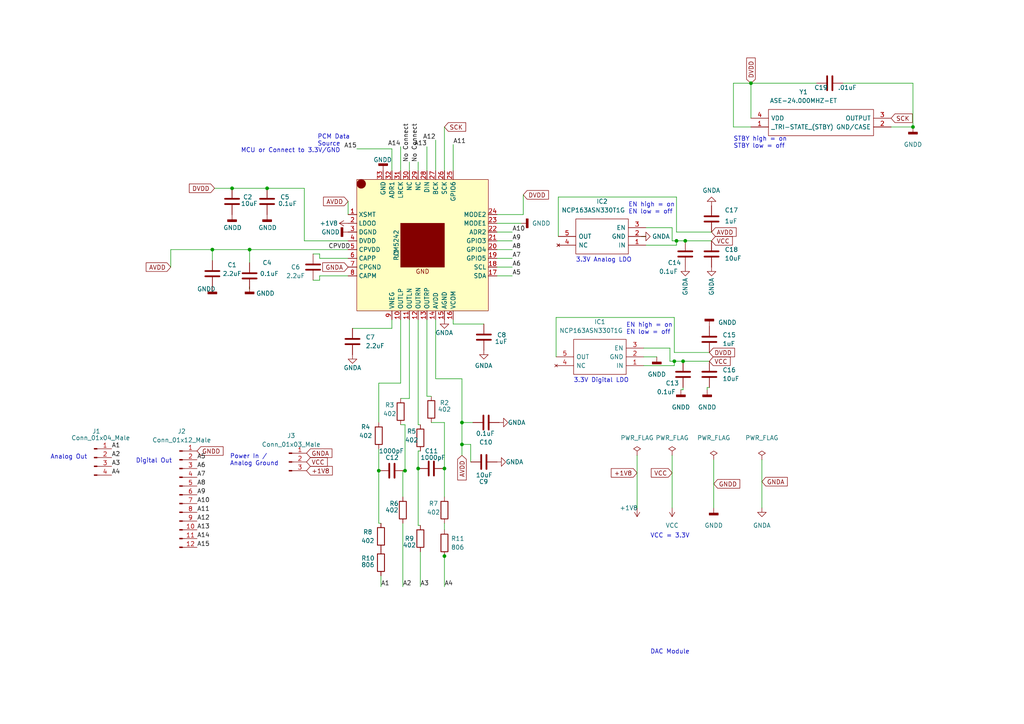
<source format=kicad_sch>
(kicad_sch (version 20211123) (generator eeschema)

  (uuid 6711fc8b-ea2f-4fa9-a3a9-7e8eec766e50)

  (paper "A4")

  (lib_symbols
    (symbol "Connector:Conn_01x03_Male" (pin_names (offset 1.016) hide) (in_bom yes) (on_board yes)
      (property "Reference" "J" (id 0) (at 0 5.08 0)
        (effects (font (size 1.27 1.27)))
      )
      (property "Value" "Conn_01x03_Male" (id 1) (at 0 -5.08 0)
        (effects (font (size 1.27 1.27)))
      )
      (property "Footprint" "" (id 2) (at 0 0 0)
        (effects (font (size 1.27 1.27)) hide)
      )
      (property "Datasheet" "~" (id 3) (at 0 0 0)
        (effects (font (size 1.27 1.27)) hide)
      )
      (property "ki_keywords" "connector" (id 4) (at 0 0 0)
        (effects (font (size 1.27 1.27)) hide)
      )
      (property "ki_description" "Generic connector, single row, 01x03, script generated (kicad-library-utils/schlib/autogen/connector/)" (id 5) (at 0 0 0)
        (effects (font (size 1.27 1.27)) hide)
      )
      (property "ki_fp_filters" "Connector*:*_1x??_*" (id 6) (at 0 0 0)
        (effects (font (size 1.27 1.27)) hide)
      )
      (symbol "Conn_01x03_Male_1_1"
        (polyline
          (pts
            (xy 1.27 -2.54)
            (xy 0.8636 -2.54)
          )
          (stroke (width 0.1524) (type default) (color 0 0 0 0))
          (fill (type none))
        )
        (polyline
          (pts
            (xy 1.27 0)
            (xy 0.8636 0)
          )
          (stroke (width 0.1524) (type default) (color 0 0 0 0))
          (fill (type none))
        )
        (polyline
          (pts
            (xy 1.27 2.54)
            (xy 0.8636 2.54)
          )
          (stroke (width 0.1524) (type default) (color 0 0 0 0))
          (fill (type none))
        )
        (rectangle (start 0.8636 -2.413) (end 0 -2.667)
          (stroke (width 0.1524) (type default) (color 0 0 0 0))
          (fill (type outline))
        )
        (rectangle (start 0.8636 0.127) (end 0 -0.127)
          (stroke (width 0.1524) (type default) (color 0 0 0 0))
          (fill (type outline))
        )
        (rectangle (start 0.8636 2.667) (end 0 2.413)
          (stroke (width 0.1524) (type default) (color 0 0 0 0))
          (fill (type outline))
        )
        (pin passive line (at 5.08 2.54 180) (length 3.81)
          (name "Pin_1" (effects (font (size 1.27 1.27))))
          (number "1" (effects (font (size 1.27 1.27))))
        )
        (pin passive line (at 5.08 0 180) (length 3.81)
          (name "Pin_2" (effects (font (size 1.27 1.27))))
          (number "2" (effects (font (size 1.27 1.27))))
        )
        (pin passive line (at 5.08 -2.54 180) (length 3.81)
          (name "Pin_3" (effects (font (size 1.27 1.27))))
          (number "3" (effects (font (size 1.27 1.27))))
        )
      )
    )
    (symbol "Connector:Conn_01x04_Male" (pin_names (offset 1.016) hide) (in_bom yes) (on_board yes)
      (property "Reference" "J" (id 0) (at 0 5.08 0)
        (effects (font (size 1.27 1.27)))
      )
      (property "Value" "Conn_01x04_Male" (id 1) (at 0 -7.62 0)
        (effects (font (size 1.27 1.27)))
      )
      (property "Footprint" "" (id 2) (at 0 0 0)
        (effects (font (size 1.27 1.27)) hide)
      )
      (property "Datasheet" "~" (id 3) (at 0 0 0)
        (effects (font (size 1.27 1.27)) hide)
      )
      (property "ki_keywords" "connector" (id 4) (at 0 0 0)
        (effects (font (size 1.27 1.27)) hide)
      )
      (property "ki_description" "Generic connector, single row, 01x04, script generated (kicad-library-utils/schlib/autogen/connector/)" (id 5) (at 0 0 0)
        (effects (font (size 1.27 1.27)) hide)
      )
      (property "ki_fp_filters" "Connector*:*_1x??_*" (id 6) (at 0 0 0)
        (effects (font (size 1.27 1.27)) hide)
      )
      (symbol "Conn_01x04_Male_1_1"
        (polyline
          (pts
            (xy 1.27 -5.08)
            (xy 0.8636 -5.08)
          )
          (stroke (width 0.1524) (type default) (color 0 0 0 0))
          (fill (type none))
        )
        (polyline
          (pts
            (xy 1.27 -2.54)
            (xy 0.8636 -2.54)
          )
          (stroke (width 0.1524) (type default) (color 0 0 0 0))
          (fill (type none))
        )
        (polyline
          (pts
            (xy 1.27 0)
            (xy 0.8636 0)
          )
          (stroke (width 0.1524) (type default) (color 0 0 0 0))
          (fill (type none))
        )
        (polyline
          (pts
            (xy 1.27 2.54)
            (xy 0.8636 2.54)
          )
          (stroke (width 0.1524) (type default) (color 0 0 0 0))
          (fill (type none))
        )
        (rectangle (start 0.8636 -4.953) (end 0 -5.207)
          (stroke (width 0.1524) (type default) (color 0 0 0 0))
          (fill (type outline))
        )
        (rectangle (start 0.8636 -2.413) (end 0 -2.667)
          (stroke (width 0.1524) (type default) (color 0 0 0 0))
          (fill (type outline))
        )
        (rectangle (start 0.8636 0.127) (end 0 -0.127)
          (stroke (width 0.1524) (type default) (color 0 0 0 0))
          (fill (type outline))
        )
        (rectangle (start 0.8636 2.667) (end 0 2.413)
          (stroke (width 0.1524) (type default) (color 0 0 0 0))
          (fill (type outline))
        )
        (pin passive line (at 5.08 2.54 180) (length 3.81)
          (name "Pin_1" (effects (font (size 1.27 1.27))))
          (number "1" (effects (font (size 1.27 1.27))))
        )
        (pin passive line (at 5.08 0 180) (length 3.81)
          (name "Pin_2" (effects (font (size 1.27 1.27))))
          (number "2" (effects (font (size 1.27 1.27))))
        )
        (pin passive line (at 5.08 -2.54 180) (length 3.81)
          (name "Pin_3" (effects (font (size 1.27 1.27))))
          (number "3" (effects (font (size 1.27 1.27))))
        )
        (pin passive line (at 5.08 -5.08 180) (length 3.81)
          (name "Pin_4" (effects (font (size 1.27 1.27))))
          (number "4" (effects (font (size 1.27 1.27))))
        )
      )
    )
    (symbol "Connector:Conn_01x12_Male" (pin_names (offset 1.016) hide) (in_bom yes) (on_board yes)
      (property "Reference" "J" (id 0) (at 0 15.24 0)
        (effects (font (size 1.27 1.27)))
      )
      (property "Value" "Conn_01x12_Male" (id 1) (at 0 -17.78 0)
        (effects (font (size 1.27 1.27)))
      )
      (property "Footprint" "" (id 2) (at 0 0 0)
        (effects (font (size 1.27 1.27)) hide)
      )
      (property "Datasheet" "~" (id 3) (at 0 0 0)
        (effects (font (size 1.27 1.27)) hide)
      )
      (property "ki_keywords" "connector" (id 4) (at 0 0 0)
        (effects (font (size 1.27 1.27)) hide)
      )
      (property "ki_description" "Generic connector, single row, 01x12, script generated (kicad-library-utils/schlib/autogen/connector/)" (id 5) (at 0 0 0)
        (effects (font (size 1.27 1.27)) hide)
      )
      (property "ki_fp_filters" "Connector*:*_1x??_*" (id 6) (at 0 0 0)
        (effects (font (size 1.27 1.27)) hide)
      )
      (symbol "Conn_01x12_Male_1_1"
        (polyline
          (pts
            (xy 1.27 -15.24)
            (xy 0.8636 -15.24)
          )
          (stroke (width 0.1524) (type default) (color 0 0 0 0))
          (fill (type none))
        )
        (polyline
          (pts
            (xy 1.27 -12.7)
            (xy 0.8636 -12.7)
          )
          (stroke (width 0.1524) (type default) (color 0 0 0 0))
          (fill (type none))
        )
        (polyline
          (pts
            (xy 1.27 -10.16)
            (xy 0.8636 -10.16)
          )
          (stroke (width 0.1524) (type default) (color 0 0 0 0))
          (fill (type none))
        )
        (polyline
          (pts
            (xy 1.27 -7.62)
            (xy 0.8636 -7.62)
          )
          (stroke (width 0.1524) (type default) (color 0 0 0 0))
          (fill (type none))
        )
        (polyline
          (pts
            (xy 1.27 -5.08)
            (xy 0.8636 -5.08)
          )
          (stroke (width 0.1524) (type default) (color 0 0 0 0))
          (fill (type none))
        )
        (polyline
          (pts
            (xy 1.27 -2.54)
            (xy 0.8636 -2.54)
          )
          (stroke (width 0.1524) (type default) (color 0 0 0 0))
          (fill (type none))
        )
        (polyline
          (pts
            (xy 1.27 0)
            (xy 0.8636 0)
          )
          (stroke (width 0.1524) (type default) (color 0 0 0 0))
          (fill (type none))
        )
        (polyline
          (pts
            (xy 1.27 2.54)
            (xy 0.8636 2.54)
          )
          (stroke (width 0.1524) (type default) (color 0 0 0 0))
          (fill (type none))
        )
        (polyline
          (pts
            (xy 1.27 5.08)
            (xy 0.8636 5.08)
          )
          (stroke (width 0.1524) (type default) (color 0 0 0 0))
          (fill (type none))
        )
        (polyline
          (pts
            (xy 1.27 7.62)
            (xy 0.8636 7.62)
          )
          (stroke (width 0.1524) (type default) (color 0 0 0 0))
          (fill (type none))
        )
        (polyline
          (pts
            (xy 1.27 10.16)
            (xy 0.8636 10.16)
          )
          (stroke (width 0.1524) (type default) (color 0 0 0 0))
          (fill (type none))
        )
        (polyline
          (pts
            (xy 1.27 12.7)
            (xy 0.8636 12.7)
          )
          (stroke (width 0.1524) (type default) (color 0 0 0 0))
          (fill (type none))
        )
        (rectangle (start 0.8636 -15.113) (end 0 -15.367)
          (stroke (width 0.1524) (type default) (color 0 0 0 0))
          (fill (type outline))
        )
        (rectangle (start 0.8636 -12.573) (end 0 -12.827)
          (stroke (width 0.1524) (type default) (color 0 0 0 0))
          (fill (type outline))
        )
        (rectangle (start 0.8636 -10.033) (end 0 -10.287)
          (stroke (width 0.1524) (type default) (color 0 0 0 0))
          (fill (type outline))
        )
        (rectangle (start 0.8636 -7.493) (end 0 -7.747)
          (stroke (width 0.1524) (type default) (color 0 0 0 0))
          (fill (type outline))
        )
        (rectangle (start 0.8636 -4.953) (end 0 -5.207)
          (stroke (width 0.1524) (type default) (color 0 0 0 0))
          (fill (type outline))
        )
        (rectangle (start 0.8636 -2.413) (end 0 -2.667)
          (stroke (width 0.1524) (type default) (color 0 0 0 0))
          (fill (type outline))
        )
        (rectangle (start 0.8636 0.127) (end 0 -0.127)
          (stroke (width 0.1524) (type default) (color 0 0 0 0))
          (fill (type outline))
        )
        (rectangle (start 0.8636 2.667) (end 0 2.413)
          (stroke (width 0.1524) (type default) (color 0 0 0 0))
          (fill (type outline))
        )
        (rectangle (start 0.8636 5.207) (end 0 4.953)
          (stroke (width 0.1524) (type default) (color 0 0 0 0))
          (fill (type outline))
        )
        (rectangle (start 0.8636 7.747) (end 0 7.493)
          (stroke (width 0.1524) (type default) (color 0 0 0 0))
          (fill (type outline))
        )
        (rectangle (start 0.8636 10.287) (end 0 10.033)
          (stroke (width 0.1524) (type default) (color 0 0 0 0))
          (fill (type outline))
        )
        (rectangle (start 0.8636 12.827) (end 0 12.573)
          (stroke (width 0.1524) (type default) (color 0 0 0 0))
          (fill (type outline))
        )
        (pin passive line (at 5.08 12.7 180) (length 3.81)
          (name "Pin_1" (effects (font (size 1.27 1.27))))
          (number "1" (effects (font (size 1.27 1.27))))
        )
        (pin passive line (at 5.08 -10.16 180) (length 3.81)
          (name "Pin_10" (effects (font (size 1.27 1.27))))
          (number "10" (effects (font (size 1.27 1.27))))
        )
        (pin passive line (at 5.08 -12.7 180) (length 3.81)
          (name "Pin_11" (effects (font (size 1.27 1.27))))
          (number "11" (effects (font (size 1.27 1.27))))
        )
        (pin passive line (at 5.08 -15.24 180) (length 3.81)
          (name "Pin_12" (effects (font (size 1.27 1.27))))
          (number "12" (effects (font (size 1.27 1.27))))
        )
        (pin passive line (at 5.08 10.16 180) (length 3.81)
          (name "Pin_2" (effects (font (size 1.27 1.27))))
          (number "2" (effects (font (size 1.27 1.27))))
        )
        (pin passive line (at 5.08 7.62 180) (length 3.81)
          (name "Pin_3" (effects (font (size 1.27 1.27))))
          (number "3" (effects (font (size 1.27 1.27))))
        )
        (pin passive line (at 5.08 5.08 180) (length 3.81)
          (name "Pin_4" (effects (font (size 1.27 1.27))))
          (number "4" (effects (font (size 1.27 1.27))))
        )
        (pin passive line (at 5.08 2.54 180) (length 3.81)
          (name "Pin_5" (effects (font (size 1.27 1.27))))
          (number "5" (effects (font (size 1.27 1.27))))
        )
        (pin passive line (at 5.08 0 180) (length 3.81)
          (name "Pin_6" (effects (font (size 1.27 1.27))))
          (number "6" (effects (font (size 1.27 1.27))))
        )
        (pin passive line (at 5.08 -2.54 180) (length 3.81)
          (name "Pin_7" (effects (font (size 1.27 1.27))))
          (number "7" (effects (font (size 1.27 1.27))))
        )
        (pin passive line (at 5.08 -5.08 180) (length 3.81)
          (name "Pin_8" (effects (font (size 1.27 1.27))))
          (number "8" (effects (font (size 1.27 1.27))))
        )
        (pin passive line (at 5.08 -7.62 180) (length 3.81)
          (name "Pin_9" (effects (font (size 1.27 1.27))))
          (number "9" (effects (font (size 1.27 1.27))))
        )
      )
    )
    (symbol "Device:C" (pin_numbers hide) (pin_names (offset 0.254)) (in_bom yes) (on_board yes)
      (property "Reference" "C" (id 0) (at 0.635 2.54 0)
        (effects (font (size 1.27 1.27)) (justify left))
      )
      (property "Value" "C" (id 1) (at 0.635 -2.54 0)
        (effects (font (size 1.27 1.27)) (justify left))
      )
      (property "Footprint" "" (id 2) (at 0.9652 -3.81 0)
        (effects (font (size 1.27 1.27)) hide)
      )
      (property "Datasheet" "~" (id 3) (at 0 0 0)
        (effects (font (size 1.27 1.27)) hide)
      )
      (property "ki_keywords" "cap capacitor" (id 4) (at 0 0 0)
        (effects (font (size 1.27 1.27)) hide)
      )
      (property "ki_description" "Unpolarized capacitor" (id 5) (at 0 0 0)
        (effects (font (size 1.27 1.27)) hide)
      )
      (property "ki_fp_filters" "C_*" (id 6) (at 0 0 0)
        (effects (font (size 1.27 1.27)) hide)
      )
      (symbol "C_0_1"
        (polyline
          (pts
            (xy -2.032 -0.762)
            (xy 2.032 -0.762)
          )
          (stroke (width 0.508) (type default) (color 0 0 0 0))
          (fill (type none))
        )
        (polyline
          (pts
            (xy -2.032 0.762)
            (xy 2.032 0.762)
          )
          (stroke (width 0.508) (type default) (color 0 0 0 0))
          (fill (type none))
        )
      )
      (symbol "C_1_1"
        (pin passive line (at 0 3.81 270) (length 2.794)
          (name "~" (effects (font (size 1.27 1.27))))
          (number "1" (effects (font (size 1.27 1.27))))
        )
        (pin passive line (at 0 -3.81 90) (length 2.794)
          (name "~" (effects (font (size 1.27 1.27))))
          (number "2" (effects (font (size 1.27 1.27))))
        )
      )
    )
    (symbol "Device:R" (pin_numbers hide) (pin_names (offset 0)) (in_bom yes) (on_board yes)
      (property "Reference" "R" (id 0) (at 2.032 0 90)
        (effects (font (size 1.27 1.27)))
      )
      (property "Value" "R" (id 1) (at 0 0 90)
        (effects (font (size 1.27 1.27)))
      )
      (property "Footprint" "" (id 2) (at -1.778 0 90)
        (effects (font (size 1.27 1.27)) hide)
      )
      (property "Datasheet" "~" (id 3) (at 0 0 0)
        (effects (font (size 1.27 1.27)) hide)
      )
      (property "ki_keywords" "R res resistor" (id 4) (at 0 0 0)
        (effects (font (size 1.27 1.27)) hide)
      )
      (property "ki_description" "Resistor" (id 5) (at 0 0 0)
        (effects (font (size 1.27 1.27)) hide)
      )
      (property "ki_fp_filters" "R_*" (id 6) (at 0 0 0)
        (effects (font (size 1.27 1.27)) hide)
      )
      (symbol "R_0_1"
        (rectangle (start -1.016 -2.54) (end 1.016 2.54)
          (stroke (width 0.254) (type default) (color 0 0 0 0))
          (fill (type none))
        )
      )
      (symbol "R_1_1"
        (pin passive line (at 0 3.81 270) (length 1.27)
          (name "~" (effects (font (size 1.27 1.27))))
          (number "1" (effects (font (size 1.27 1.27))))
        )
        (pin passive line (at 0 -3.81 90) (length 1.27)
          (name "~" (effects (font (size 1.27 1.27))))
          (number "2" (effects (font (size 1.27 1.27))))
        )
      )
    )
    (symbol "custom_lib:ASE-24.000MHZ-ET" (pin_names (offset 0.762)) (in_bom yes) (on_board yes)
      (property "Reference" "Y" (id 0) (at 46.99 7.62 0)
        (effects (font (size 1.27 1.27)) (justify left))
      )
      (property "Value" "ASE-24.000MHZ-ET" (id 1) (at 46.99 5.08 0)
        (effects (font (size 1.27 1.27)) (justify left))
      )
      (property "Footprint" "ASE24000MHZET" (id 2) (at 46.99 2.54 0)
        (effects (font (size 1.27 1.27)) (justify left) hide)
      )
      (property "Datasheet" "https://abracon.com/Oscillators/ASEseries.pdf" (id 3) (at 46.99 0 0)
        (effects (font (size 1.27 1.27)) (justify left) hide)
      )
      (property "Description" "ABRACON - ASE-24.000MHZ-ET - Oscillator, 24 MHz, 100 ppm, SMD, 3.2mm x 2.5mm, LVCMOS, 3.3 V, ASE Series" (id 4) (at 46.99 -2.54 0)
        (effects (font (size 1.27 1.27)) (justify left) hide)
      )
      (property "Height" "1.2" (id 5) (at 46.99 -5.08 0)
        (effects (font (size 1.27 1.27)) (justify left) hide)
      )
      (property "Manufacturer_Name" "ABRACON" (id 6) (at 46.99 -7.62 0)
        (effects (font (size 1.27 1.27)) (justify left) hide)
      )
      (property "Manufacturer_Part_Number" "ASE-24.000MHZ-ET" (id 7) (at 46.99 -10.16 0)
        (effects (font (size 1.27 1.27)) (justify left) hide)
      )
      (property "Mouser Part Number" "815-ASE24.000MHZET" (id 8) (at 46.99 -12.7 0)
        (effects (font (size 1.27 1.27)) (justify left) hide)
      )
      (property "Mouser Price/Stock" "https://www.mouser.co.uk/ProductDetail/ABRACON/ASE-24000MHZ-ET?qs=uDmhV2jwPRdw4GrVOJ4VTQ%3D%3D" (id 9) (at 46.99 -15.24 0)
        (effects (font (size 1.27 1.27)) (justify left) hide)
      )
      (property "Arrow Part Number" "ASE-24.000MHZ-ET" (id 10) (at 46.99 -17.78 0)
        (effects (font (size 1.27 1.27)) (justify left) hide)
      )
      (property "Arrow Price/Stock" "https://www.arrow.com/en/products/ase-24.000mhz-et/abracon" (id 11) (at 46.99 -20.32 0)
        (effects (font (size 1.27 1.27)) (justify left) hide)
      )
      (property "Mouser Testing Part Number" "" (id 12) (at 46.99 -22.86 0)
        (effects (font (size 1.27 1.27)) (justify left) hide)
      )
      (property "Mouser Testing Price/Stock" "" (id 13) (at 46.99 -25.4 0)
        (effects (font (size 1.27 1.27)) (justify left) hide)
      )
      (property "ki_description" "ABRACON - ASE-24.000MHZ-ET - Oscillator, 24 MHz, 100 ppm, SMD, 3.2mm x 2.5mm, LVCMOS, 3.3 V, ASE Series" (id 14) (at 0 0 0)
        (effects (font (size 1.27 1.27)) hide)
      )
      (symbol "ASE-24.000MHZ-ET_0_0"
        (pin passive line (at 10.16 -2.54 0) (length 5.08)
          (name "_TRI-STATE_(STBY)" (effects (font (size 1.27 1.27))))
          (number "1" (effects (font (size 1.27 1.27))))
        )
        (pin passive line (at 50.8 -2.54 180) (length 5.08)
          (name "GND/CASE" (effects (font (size 1.27 1.27))))
          (number "2" (effects (font (size 1.27 1.27))))
        )
        (pin passive line (at 50.8 0 180) (length 5.08)
          (name "OUTPUT" (effects (font (size 1.27 1.27))))
          (number "3" (effects (font (size 1.27 1.27))))
        )
        (pin passive line (at 10.16 0 0) (length 5.08)
          (name "VDD" (effects (font (size 1.27 1.27))))
          (number "4" (effects (font (size 1.27 1.27))))
        )
      )
      (symbol "ASE-24.000MHZ-ET_0_1"
        (polyline
          (pts
            (xy 15.24 2.54)
            (xy 45.72 2.54)
            (xy 45.72 -5.08)
            (xy 15.24 -5.08)
            (xy 15.24 2.54)
          )
          (stroke (width 0.1524) (type default) (color 0 0 0 0))
          (fill (type none))
        )
      )
    )
    (symbol "custom_lib:NCP163ASN330T1G" (pin_names (offset 0.762)) (in_bom yes) (on_board yes)
      (property "Reference" "IC" (id 0) (at 21.59 7.62 0)
        (effects (font (size 1.27 1.27)) (justify left))
      )
      (property "Value" "NCP163ASN330T1G" (id 1) (at 21.59 5.08 0)
        (effects (font (size 1.27 1.27)) (justify left))
      )
      (property "Footprint" "SOT95P280X145-5N" (id 2) (at 21.59 2.54 0)
        (effects (font (size 1.27 1.27)) (justify left) hide)
      )
      (property "Datasheet" "https://componentsearchengine.com/Datasheets/2/NCP163ASN330T1G.pdf" (id 3) (at 21.59 0 0)
        (effects (font (size 1.27 1.27)) (justify left) hide)
      )
      (property "Description" "ON SEMICONDUCTOR - NCP163ASN330T1G - Fixed LDO Voltage Regulator, 2.2V to 5.5V, 105mV drop, 3.3V/250mA out, SOT-23-5" (id 4) (at 21.59 -2.54 0)
        (effects (font (size 1.27 1.27)) (justify left) hide)
      )
      (property "Height" "1.45" (id 5) (at 21.59 -5.08 0)
        (effects (font (size 1.27 1.27)) (justify left) hide)
      )
      (property "Manufacturer_Name" "onsemi" (id 6) (at 21.59 -7.62 0)
        (effects (font (size 1.27 1.27)) (justify left) hide)
      )
      (property "Manufacturer_Part_Number" "NCP163ASN330T1G" (id 7) (at 21.59 -10.16 0)
        (effects (font (size 1.27 1.27)) (justify left) hide)
      )
      (property "Mouser Part Number" "863-NCP163ASN330T1G" (id 8) (at 21.59 -12.7 0)
        (effects (font (size 1.27 1.27)) (justify left) hide)
      )
      (property "Mouser Price/Stock" "https://www.mouser.co.uk/ProductDetail/onsemi/NCP163ASN330T1G?qs=vLWxofP3U2ykJIQb1%252BPKcA%3D%3D" (id 9) (at 21.59 -15.24 0)
        (effects (font (size 1.27 1.27)) (justify left) hide)
      )
      (property "Arrow Part Number" "NCP163ASN330T1G" (id 10) (at 21.59 -17.78 0)
        (effects (font (size 1.27 1.27)) (justify left) hide)
      )
      (property "Arrow Price/Stock" "https://www.arrow.com/en/products/ncp163asn330t1g/on-semiconductor?region=nac" (id 11) (at 21.59 -20.32 0)
        (effects (font (size 1.27 1.27)) (justify left) hide)
      )
      (property "Mouser Testing Part Number" "" (id 12) (at 21.59 -22.86 0)
        (effects (font (size 1.27 1.27)) (justify left) hide)
      )
      (property "Mouser Testing Price/Stock" "" (id 13) (at 21.59 -25.4 0)
        (effects (font (size 1.27 1.27)) (justify left) hide)
      )
      (property "ki_description" "ON SEMICONDUCTOR - NCP163ASN330T1G - Fixed LDO Voltage Regulator, 2.2V to 5.5V, 105mV drop, 3.3V/250mA out, SOT-23-5" (id 14) (at 0 0 0)
        (effects (font (size 1.27 1.27)) hide)
      )
      (symbol "NCP163ASN330T1G_0_0"
        (pin passive line (at 0 0 0) (length 5.08)
          (name "IN" (effects (font (size 1.27 1.27))))
          (number "1" (effects (font (size 1.27 1.27))))
        )
        (pin passive line (at 0 -2.54 0) (length 5.08)
          (name "GND" (effects (font (size 1.27 1.27))))
          (number "2" (effects (font (size 1.27 1.27))))
        )
        (pin passive line (at 0 -5.08 0) (length 5.08)
          (name "EN" (effects (font (size 1.27 1.27))))
          (number "3" (effects (font (size 1.27 1.27))))
        )
        (pin no_connect line (at 25.4 0 180) (length 5.08)
          (name "NC" (effects (font (size 1.27 1.27))))
          (number "4" (effects (font (size 1.27 1.27))))
        )
        (pin passive line (at 25.4 -2.54 180) (length 5.08)
          (name "OUT" (effects (font (size 1.27 1.27))))
          (number "5" (effects (font (size 1.27 1.27))))
        )
      )
      (symbol "NCP163ASN330T1G_0_1"
        (polyline
          (pts
            (xy 5.08 2.54)
            (xy 20.32 2.54)
            (xy 20.32 -7.62)
            (xy 5.08 -7.62)
            (xy 5.08 2.54)
          )
          (stroke (width 0.1524) (type default) (color 0 0 0 0))
          (fill (type none))
        )
      )
    )
    (symbol "custom_lib:PCM5242" (in_bom yes) (on_board yes)
      (property "Reference" "U1" (id 0) (at 11.43 -21.59 90)
        (effects (font (size 1.27 1.27)))
      )
      (property "Value" "PCM5242" (id 1) (at 11.43 -19.05 90)
        (effects (font (size 1.27 1.27)))
      )
      (property "Footprint" "custom_lib:PCM5242RHBT" (id 2) (at -5.08 0 0)
        (effects (font (size 1.27 1.27)) hide)
      )
      (property "Datasheet" "" (id 3) (at -5.08 0 0)
        (effects (font (size 1.27 1.27)) hide)
      )
      (symbol "PCM5242_0_0"
        (text "GND" (at 19.05 -26.67 0)
          (effects (font (size 1.27 1.27)))
        )
        (text "GND" (at 21.59 -24.13 0)
          (effects (font (size 1.27 1.27)))
        )
      )
      (symbol "PCM5242_0_1"
        (rectangle (start 0 0) (end 38.1 -38.1)
          (stroke (width 0) (type default) (color 0 0 0 0))
          (fill (type background))
        )
        (circle (center 1.27 -1.27) (radius 1.27)
          (stroke (width 0) (type default) (color 0 0 0 0))
          (fill (type outline))
        )
        (rectangle (start 12.7 -12.7) (end 25.4 -25.4)
          (stroke (width 0) (type default) (color 0 0 0 0))
          (fill (type outline))
        )
      )
      (symbol "PCM5242_1_1"
        (pin passive line (at -2.54 -10.16 0) (length 2.54)
          (name "XSMT" (effects (font (size 1.27 1.27))))
          (number "1" (effects (font (size 1.27 1.27))))
        )
        (pin passive line (at 12.7 -40.64 90) (length 2.54)
          (name "OUTLP" (effects (font (size 1.27 1.27))))
          (number "10" (effects (font (size 1.27 1.27))))
        )
        (pin passive line (at 15.24 -40.64 90) (length 2.54)
          (name "OUTLN" (effects (font (size 1.27 1.27))))
          (number "11" (effects (font (size 1.27 1.27))))
        )
        (pin passive line (at 17.78 -40.64 90) (length 2.54)
          (name "OUTRN" (effects (font (size 1.27 1.27))))
          (number "12" (effects (font (size 1.27 1.27))))
        )
        (pin passive line (at 20.32 -40.64 90) (length 2.54)
          (name "OUTRP" (effects (font (size 1.27 1.27))))
          (number "13" (effects (font (size 1.27 1.27))))
        )
        (pin passive line (at 22.86 -40.64 90) (length 2.54)
          (name "AVDD" (effects (font (size 1.27 1.27))))
          (number "14" (effects (font (size 1.27 1.27))))
        )
        (pin passive line (at 25.4 -40.64 90) (length 2.54)
          (name "AGND" (effects (font (size 1.27 1.27))))
          (number "15" (effects (font (size 1.27 1.27))))
        )
        (pin passive line (at 27.94 -40.64 90) (length 2.54)
          (name "VCOM" (effects (font (size 1.27 1.27))))
          (number "16" (effects (font (size 1.27 1.27))))
        )
        (pin passive line (at 40.64 -27.94 180) (length 2.54)
          (name "SDA" (effects (font (size 1.27 1.27))))
          (number "17" (effects (font (size 1.27 1.27))))
        )
        (pin passive line (at 40.64 -25.4 180) (length 2.54)
          (name "SCL" (effects (font (size 1.27 1.27))))
          (number "18" (effects (font (size 1.27 1.27))))
        )
        (pin passive line (at 40.64 -22.86 180) (length 2.54)
          (name "GPIO5" (effects (font (size 1.27 1.27))))
          (number "19" (effects (font (size 1.27 1.27))))
        )
        (pin passive line (at -2.54 -12.7 0) (length 2.54)
          (name "LDOO" (effects (font (size 1.27 1.27))))
          (number "2" (effects (font (size 1.27 1.27))))
        )
        (pin passive line (at 40.64 -20.32 180) (length 2.54)
          (name "GPIO4" (effects (font (size 1.27 1.27))))
          (number "20" (effects (font (size 1.27 1.27))))
        )
        (pin passive line (at 40.64 -17.78 180) (length 2.54)
          (name "GPIO3" (effects (font (size 1.27 1.27))))
          (number "21" (effects (font (size 1.27 1.27))))
        )
        (pin passive line (at 40.64 -15.24 180) (length 2.54)
          (name "ADR2" (effects (font (size 1.27 1.27))))
          (number "22" (effects (font (size 1.27 1.27))))
        )
        (pin passive line (at 40.64 -12.7 180) (length 2.54)
          (name "MODE1" (effects (font (size 1.27 1.27))))
          (number "23" (effects (font (size 1.27 1.27))))
        )
        (pin passive line (at 40.64 -10.16 180) (length 2.54)
          (name "MODE2" (effects (font (size 1.27 1.27))))
          (number "24" (effects (font (size 1.27 1.27))))
        )
        (pin passive line (at 27.94 2.54 270) (length 2.54)
          (name "GPIO6" (effects (font (size 1.27 1.27))))
          (number "25" (effects (font (size 1.27 1.27))))
        )
        (pin passive line (at 25.4 2.54 270) (length 2.54)
          (name "SCK" (effects (font (size 1.27 1.27))))
          (number "26" (effects (font (size 1.27 1.27))))
        )
        (pin passive line (at 22.86 2.54 270) (length 2.54)
          (name "BCK" (effects (font (size 1.27 1.27))))
          (number "27" (effects (font (size 1.27 1.27))))
        )
        (pin passive line (at 20.32 2.54 270) (length 2.54)
          (name "DIN" (effects (font (size 1.27 1.27))))
          (number "28" (effects (font (size 1.27 1.27))))
        )
        (pin passive line (at 17.78 2.54 270) (length 2.54)
          (name "NC" (effects (font (size 1.27 1.27))))
          (number "29" (effects (font (size 1.27 1.27))))
        )
        (pin passive line (at -2.54 -15.24 0) (length 2.54)
          (name "DGND" (effects (font (size 1.27 1.27))))
          (number "3" (effects (font (size 1.27 1.27))))
        )
        (pin passive line (at 15.24 2.54 270) (length 2.54)
          (name "NC" (effects (font (size 1.27 1.27))))
          (number "30" (effects (font (size 1.27 1.27))))
        )
        (pin passive line (at 12.7 2.54 270) (length 2.54)
          (name "LRCK" (effects (font (size 1.27 1.27))))
          (number "31" (effects (font (size 1.27 1.27))))
        )
        (pin passive line (at 10.16 2.54 270) (length 2.54)
          (name "ADR1" (effects (font (size 1.27 1.27))))
          (number "32" (effects (font (size 1.27 1.27))))
        )
        (pin passive line (at 7.62 2.54 270) (length 2.54)
          (name "GND" (effects (font (size 1.27 1.27))))
          (number "33" (effects (font (size 1.27 1.27))))
        )
        (pin passive line (at -2.54 -17.78 0) (length 2.54)
          (name "DVDD" (effects (font (size 1.27 1.27))))
          (number "4" (effects (font (size 1.27 1.27))))
        )
        (pin passive line (at -2.54 -20.32 0) (length 2.54)
          (name "CPVDD" (effects (font (size 1.27 1.27))))
          (number "5" (effects (font (size 1.27 1.27))))
        )
        (pin passive line (at -2.54 -22.86 0) (length 2.54)
          (name "CAPP" (effects (font (size 1.27 1.27))))
          (number "6" (effects (font (size 1.27 1.27))))
        )
        (pin passive line (at -2.54 -25.4 0) (length 2.54)
          (name "CPGND" (effects (font (size 1.27 1.27))))
          (number "7" (effects (font (size 1.27 1.27))))
        )
        (pin passive line (at -2.54 -27.94 0) (length 2.54)
          (name "CAPM" (effects (font (size 1.27 1.27))))
          (number "8" (effects (font (size 1.27 1.27))))
        )
        (pin passive line (at 10.16 -40.64 90) (length 2.54)
          (name "VNEG" (effects (font (size 1.27 1.27))))
          (number "9" (effects (font (size 1.27 1.27))))
        )
      )
    )
    (symbol "power:+1V8" (power) (pin_names (offset 0)) (in_bom yes) (on_board yes)
      (property "Reference" "#PWR" (id 0) (at 0 -3.81 0)
        (effects (font (size 1.27 1.27)) hide)
      )
      (property "Value" "+1V8" (id 1) (at 0 3.556 0)
        (effects (font (size 1.27 1.27)))
      )
      (property "Footprint" "" (id 2) (at 0 0 0)
        (effects (font (size 1.27 1.27)) hide)
      )
      (property "Datasheet" "" (id 3) (at 0 0 0)
        (effects (font (size 1.27 1.27)) hide)
      )
      (property "ki_keywords" "global power" (id 4) (at 0 0 0)
        (effects (font (size 1.27 1.27)) hide)
      )
      (property "ki_description" "Power symbol creates a global label with name \"+1V8\"" (id 5) (at 0 0 0)
        (effects (font (size 1.27 1.27)) hide)
      )
      (symbol "+1V8_0_1"
        (polyline
          (pts
            (xy -0.762 1.27)
            (xy 0 2.54)
          )
          (stroke (width 0) (type default) (color 0 0 0 0))
          (fill (type none))
        )
        (polyline
          (pts
            (xy 0 0)
            (xy 0 2.54)
          )
          (stroke (width 0) (type default) (color 0 0 0 0))
          (fill (type none))
        )
        (polyline
          (pts
            (xy 0 2.54)
            (xy 0.762 1.27)
          )
          (stroke (width 0) (type default) (color 0 0 0 0))
          (fill (type none))
        )
      )
      (symbol "+1V8_1_1"
        (pin power_in line (at 0 0 90) (length 0) hide
          (name "+1V8" (effects (font (size 1.27 1.27))))
          (number "1" (effects (font (size 1.27 1.27))))
        )
      )
    )
    (symbol "power:GNDA" (power) (pin_names (offset 0)) (in_bom yes) (on_board yes)
      (property "Reference" "#PWR" (id 0) (at 0 -6.35 0)
        (effects (font (size 1.27 1.27)) hide)
      )
      (property "Value" "GNDA" (id 1) (at 0 -3.81 0)
        (effects (font (size 1.27 1.27)))
      )
      (property "Footprint" "" (id 2) (at 0 0 0)
        (effects (font (size 1.27 1.27)) hide)
      )
      (property "Datasheet" "" (id 3) (at 0 0 0)
        (effects (font (size 1.27 1.27)) hide)
      )
      (property "ki_keywords" "global power" (id 4) (at 0 0 0)
        (effects (font (size 1.27 1.27)) hide)
      )
      (property "ki_description" "Power symbol creates a global label with name \"GNDA\" , analog ground" (id 5) (at 0 0 0)
        (effects (font (size 1.27 1.27)) hide)
      )
      (symbol "GNDA_0_1"
        (polyline
          (pts
            (xy 0 0)
            (xy 0 -1.27)
            (xy 1.27 -1.27)
            (xy 0 -2.54)
            (xy -1.27 -1.27)
            (xy 0 -1.27)
          )
          (stroke (width 0) (type default) (color 0 0 0 0))
          (fill (type none))
        )
      )
      (symbol "GNDA_1_1"
        (pin power_in line (at 0 0 270) (length 0) hide
          (name "GNDA" (effects (font (size 1.27 1.27))))
          (number "1" (effects (font (size 1.27 1.27))))
        )
      )
    )
    (symbol "power:GNDD" (power) (pin_names (offset 0)) (in_bom yes) (on_board yes)
      (property "Reference" "#PWR" (id 0) (at 0 -6.35 0)
        (effects (font (size 1.27 1.27)) hide)
      )
      (property "Value" "GNDD" (id 1) (at 0 -3.175 0)
        (effects (font (size 1.27 1.27)))
      )
      (property "Footprint" "" (id 2) (at 0 0 0)
        (effects (font (size 1.27 1.27)) hide)
      )
      (property "Datasheet" "" (id 3) (at 0 0 0)
        (effects (font (size 1.27 1.27)) hide)
      )
      (property "ki_keywords" "global power" (id 4) (at 0 0 0)
        (effects (font (size 1.27 1.27)) hide)
      )
      (property "ki_description" "Power symbol creates a global label with name \"GNDD\" , digital ground" (id 5) (at 0 0 0)
        (effects (font (size 1.27 1.27)) hide)
      )
      (symbol "GNDD_0_1"
        (rectangle (start -1.27 -1.524) (end 1.27 -2.032)
          (stroke (width 0.254) (type default) (color 0 0 0 0))
          (fill (type outline))
        )
        (polyline
          (pts
            (xy 0 0)
            (xy 0 -1.524)
          )
          (stroke (width 0) (type default) (color 0 0 0 0))
          (fill (type none))
        )
      )
      (symbol "GNDD_1_1"
        (pin power_in line (at 0 0 270) (length 0) hide
          (name "GNDD" (effects (font (size 1.27 1.27))))
          (number "1" (effects (font (size 1.27 1.27))))
        )
      )
    )
    (symbol "power:PWR_FLAG" (power) (pin_numbers hide) (pin_names (offset 0) hide) (in_bom yes) (on_board yes)
      (property "Reference" "#FLG" (id 0) (at 0 1.905 0)
        (effects (font (size 1.27 1.27)) hide)
      )
      (property "Value" "PWR_FLAG" (id 1) (at 0 3.81 0)
        (effects (font (size 1.27 1.27)))
      )
      (property "Footprint" "" (id 2) (at 0 0 0)
        (effects (font (size 1.27 1.27)) hide)
      )
      (property "Datasheet" "~" (id 3) (at 0 0 0)
        (effects (font (size 1.27 1.27)) hide)
      )
      (property "ki_keywords" "flag power" (id 4) (at 0 0 0)
        (effects (font (size 1.27 1.27)) hide)
      )
      (property "ki_description" "Special symbol for telling ERC where power comes from" (id 5) (at 0 0 0)
        (effects (font (size 1.27 1.27)) hide)
      )
      (symbol "PWR_FLAG_0_0"
        (pin power_out line (at 0 0 90) (length 0)
          (name "pwr" (effects (font (size 1.27 1.27))))
          (number "1" (effects (font (size 1.27 1.27))))
        )
      )
      (symbol "PWR_FLAG_0_1"
        (polyline
          (pts
            (xy 0 0)
            (xy 0 1.27)
            (xy -1.016 1.905)
            (xy 0 2.54)
            (xy 1.016 1.905)
            (xy 0 1.27)
          )
          (stroke (width 0) (type default) (color 0 0 0 0))
          (fill (type none))
        )
      )
    )
    (symbol "power:VCC" (power) (pin_names (offset 0)) (in_bom yes) (on_board yes)
      (property "Reference" "#PWR" (id 0) (at 0 -3.81 0)
        (effects (font (size 1.27 1.27)) hide)
      )
      (property "Value" "VCC" (id 1) (at 0 3.81 0)
        (effects (font (size 1.27 1.27)))
      )
      (property "Footprint" "" (id 2) (at 0 0 0)
        (effects (font (size 1.27 1.27)) hide)
      )
      (property "Datasheet" "" (id 3) (at 0 0 0)
        (effects (font (size 1.27 1.27)) hide)
      )
      (property "ki_keywords" "global power" (id 4) (at 0 0 0)
        (effects (font (size 1.27 1.27)) hide)
      )
      (property "ki_description" "Power symbol creates a global label with name \"VCC\"" (id 5) (at 0 0 0)
        (effects (font (size 1.27 1.27)) hide)
      )
      (symbol "VCC_0_1"
        (polyline
          (pts
            (xy -0.762 1.27)
            (xy 0 2.54)
          )
          (stroke (width 0) (type default) (color 0 0 0 0))
          (fill (type none))
        )
        (polyline
          (pts
            (xy 0 0)
            (xy 0 2.54)
          )
          (stroke (width 0) (type default) (color 0 0 0 0))
          (fill (type none))
        )
        (polyline
          (pts
            (xy 0 2.54)
            (xy 0.762 1.27)
          )
          (stroke (width 0) (type default) (color 0 0 0 0))
          (fill (type none))
        )
      )
      (symbol "VCC_1_1"
        (pin power_in line (at 0 0 90) (length 0) hide
          (name "VCC" (effects (font (size 1.27 1.27))))
          (number "1" (effects (font (size 1.27 1.27))))
        )
      )
    )
  )

  (junction (at 217.805 24.13) (diameter 0) (color 0 0 0 0)
    (uuid 045b7bbe-10cc-43e6-81a8-7ce6d106e381)
  )
  (junction (at 72.39 72.39) (diameter 0) (color 0 0 0 0)
    (uuid 2ca3b83d-2664-4631-af73-dce90b7911df)
  )
  (junction (at 77.47 54.61) (diameter 0) (color 0 0 0 0)
    (uuid 2fc216d9-914c-4fc0-93be-168da2c8d61e)
  )
  (junction (at 198.755 69.85) (diameter 0) (color 0 0 0 0)
    (uuid 3cfbff36-c358-4a2c-829c-11d2d6f64767)
  )
  (junction (at 117.475 136.525) (diameter 0) (color 0 0 0 0)
    (uuid 4a454201-3ca8-43b9-a0c0-06d07b76a1e4)
  )
  (junction (at 121.285 135.89) (diameter 0) (color 0 0 0 0)
    (uuid 4d73cb6a-f50a-4ac9-9882-071f8f43021e)
  )
  (junction (at 128.905 161.29) (diameter 0) (color 0 0 0 0)
    (uuid 5c9306af-05b7-4c2f-9d9d-0a2fb9ac8425)
  )
  (junction (at 67.31 54.61) (diameter 0) (color 0 0 0 0)
    (uuid 63666704-1017-49b4-89a9-f398f5598c5f)
  )
  (junction (at 196.215 69.85) (diameter 0) (color 0 0 0 0)
    (uuid 67519a2f-eeb5-436f-b9a0-57d21a9ce307)
  )
  (junction (at 133.985 128.905) (diameter 0) (color 0 0 0 0)
    (uuid 68814070-30a3-42b7-acee-2a3a6ad3258c)
  )
  (junction (at 198.12 104.775) (diameter 0) (color 0 0 0 0)
    (uuid 73904d22-0eef-4429-a0c3-23b4b0a84b79)
  )
  (junction (at 128.905 135.89) (diameter 0) (color 0 0 0 0)
    (uuid 73f0f71f-ae75-4ba4-bc2b-fa517ffb0317)
  )
  (junction (at 61.595 72.39) (diameter 0) (color 0 0 0 0)
    (uuid c9d012b7-48a3-4bd0-bccd-281196754cdf)
  )
  (junction (at 109.855 136.525) (diameter 0) (color 0 0 0 0)
    (uuid cc421876-382d-4a76-8453-c6f7e239f445)
  )
  (junction (at 133.985 122.555) (diameter 0) (color 0 0 0 0)
    (uuid d18bc8c6-1bb8-4f0b-b351-3f2fc5f65c5b)
  )
  (junction (at 195.58 104.775) (diameter 0) (color 0 0 0 0)
    (uuid e3335118-7f50-4839-968d-47e52fd153af)
  )
  (junction (at 264.795 36.83) (diameter 0) (color 0 0 0 0)
    (uuid f1fc6c68-c643-4c19-95eb-db85e1d7123f)
  )

  (wire (pts (xy 144.145 72.39) (xy 148.59 72.39))
    (stroke (width 0) (type default) (color 0 0 0 0))
    (uuid 0c3c8b4a-6826-4672-b7d6-ca7348bb1d02)
  )
  (wire (pts (xy 198.12 113.03) (xy 198.12 112.395))
    (stroke (width 0) (type default) (color 0 0 0 0))
    (uuid 0c53b9df-e512-4705-8995-936dca22fade)
  )
  (wire (pts (xy 121.92 160.02) (xy 121.92 170.18))
    (stroke (width 0) (type default) (color 0 0 0 0))
    (uuid 0fc6795d-3b95-47b1-97fe-d4f46227a585)
  )
  (wire (pts (xy 264.795 36.83) (xy 258.445 36.83))
    (stroke (width 0) (type default) (color 0 0 0 0))
    (uuid 108b6535-d741-4c90-b02a-8d05a9c720ca)
  )
  (wire (pts (xy 121.285 135.89) (xy 121.285 152.4))
    (stroke (width 0) (type default) (color 0 0 0 0))
    (uuid 1124f2fc-63ee-4d65-92e7-8ae296467169)
  )
  (wire (pts (xy 116.84 136.525) (xy 116.84 144.145))
    (stroke (width 0) (type default) (color 0 0 0 0))
    (uuid 13ce9709-5d0e-487e-8811-9519215d9dde)
  )
  (wire (pts (xy 128.905 122.555) (xy 128.905 135.89))
    (stroke (width 0) (type default) (color 0 0 0 0))
    (uuid 1455ecd2-8848-4d7c-b830-69c8e0f6c9ac)
  )
  (wire (pts (xy 161.29 103.505) (xy 161.29 92.075))
    (stroke (width 0) (type default) (color 0 0 0 0))
    (uuid 1b9e3754-d71d-4d7a-80e1-7dd0af9e943e)
  )
  (wire (pts (xy 126.365 40.64) (xy 126.365 49.53))
    (stroke (width 0) (type default) (color 0 0 0 0))
    (uuid 1c4485dc-0ee6-4437-b338-f76c0180cac7)
  )
  (wire (pts (xy 187.325 68.58) (xy 186.055 68.58))
    (stroke (width 0) (type default) (color 0 0 0 0))
    (uuid 1f38bb70-ae5b-4162-87b2-6335fe3580b1)
  )
  (wire (pts (xy 131.445 93.98) (xy 131.445 92.71))
    (stroke (width 0) (type default) (color 0 0 0 0))
    (uuid 1f916c16-4e60-4242-9cff-dbacd08d4f02)
  )
  (wire (pts (xy 109.855 111.125) (xy 116.205 111.125))
    (stroke (width 0) (type default) (color 0 0 0 0))
    (uuid 1fe58e43-d30a-4354-baa0-eb82da9fbbbc)
  )
  (wire (pts (xy 220.98 133.35) (xy 220.98 147.32))
    (stroke (width 0) (type default) (color 0 0 0 0))
    (uuid 203018f0-1d4a-45b3-8bcc-380de34f40fa)
  )
  (wire (pts (xy 109.855 111.125) (xy 109.855 122.555))
    (stroke (width 0) (type default) (color 0 0 0 0))
    (uuid 225e69a5-0fa9-402e-a041-9ba13b687ceb)
  )
  (wire (pts (xy 196.215 69.85) (xy 198.755 69.85))
    (stroke (width 0) (type default) (color 0 0 0 0))
    (uuid 2414233c-2519-4571-9a30-c917c45446b3)
  )
  (wire (pts (xy 116.205 123.19) (xy 117.475 123.19))
    (stroke (width 0) (type default) (color 0 0 0 0))
    (uuid 2969550d-4663-4b7f-a8dd-d32a48734a7b)
  )
  (wire (pts (xy 126.365 109.855) (xy 133.985 109.855))
    (stroke (width 0) (type default) (color 0 0 0 0))
    (uuid 2fbcc679-0c07-4b42-88b7-3e20a3e5d365)
  )
  (wire (pts (xy 195.58 104.775) (xy 198.12 104.775))
    (stroke (width 0) (type default) (color 0 0 0 0))
    (uuid 30a518a9-dd34-4988-9a5f-648d74d1f2f3)
  )
  (wire (pts (xy 133.985 128.905) (xy 133.985 122.555))
    (stroke (width 0) (type default) (color 0 0 0 0))
    (uuid 32425da5-1f4c-49ae-8812-a52675279be6)
  )
  (wire (pts (xy 131.445 41.91) (xy 131.445 49.53))
    (stroke (width 0) (type default) (color 0 0 0 0))
    (uuid 33e56a76-e442-489a-8c2e-6df1f3362b54)
  )
  (wire (pts (xy 264.795 24.13) (xy 264.795 36.83))
    (stroke (width 0) (type default) (color 0 0 0 0))
    (uuid 351ce3b1-c1eb-4c32-b054-d24ea6bbea56)
  )
  (wire (pts (xy 116.205 111.125) (xy 116.205 92.71))
    (stroke (width 0) (type default) (color 0 0 0 0))
    (uuid 3ae3191d-f218-45f4-ba64-ca45213ebe99)
  )
  (wire (pts (xy 148.59 67.31) (xy 144.145 67.31))
    (stroke (width 0) (type default) (color 0 0 0 0))
    (uuid 3c7379d1-ded3-4827-b58f-897730bc23b1)
  )
  (wire (pts (xy 186.69 106.045) (xy 195.58 106.045))
    (stroke (width 0) (type default) (color 0 0 0 0))
    (uuid 3cd7c213-4f3e-4bfd-9182-04781de6beb5)
  )
  (wire (pts (xy 128.905 135.89) (xy 128.905 144.145))
    (stroke (width 0) (type default) (color 0 0 0 0))
    (uuid 3e3949c9-80d7-406e-a83a-90cb643afe26)
  )
  (wire (pts (xy 212.725 24.13) (xy 217.805 24.13))
    (stroke (width 0) (type default) (color 0 0 0 0))
    (uuid 3f16e011-6790-4fba-a49a-bf75d003928f)
  )
  (wire (pts (xy 197.485 113.03) (xy 198.12 113.03))
    (stroke (width 0) (type default) (color 0 0 0 0))
    (uuid 4143eb40-654c-40c8-96bf-571f4fd110c9)
  )
  (wire (pts (xy 92.71 80.01) (xy 92.71 81.28))
    (stroke (width 0) (type default) (color 0 0 0 0))
    (uuid 4240853a-dff6-43fc-a7d3-8a7497273865)
  )
  (wire (pts (xy 92.71 81.28) (xy 90.805 81.28))
    (stroke (width 0) (type default) (color 0 0 0 0))
    (uuid 447ceb1e-7108-4892-ba70-923dd8adc406)
  )
  (wire (pts (xy 196.215 57.15) (xy 196.215 67.31))
    (stroke (width 0) (type default) (color 0 0 0 0))
    (uuid 4c2ce04c-a6d3-4948-8854-e6c43d5cef9b)
  )
  (wire (pts (xy 110.49 167.005) (xy 110.49 170.18))
    (stroke (width 0) (type default) (color 0 0 0 0))
    (uuid 4fedbf06-ffc3-4805-b3d1-005af25033d7)
  )
  (wire (pts (xy 118.745 115.57) (xy 116.205 115.57))
    (stroke (width 0) (type default) (color 0 0 0 0))
    (uuid 547db48e-3455-445a-af73-138d9e06a2d3)
  )
  (wire (pts (xy 128.905 160.655) (xy 128.905 161.29))
    (stroke (width 0) (type default) (color 0 0 0 0))
    (uuid 56c5462e-a40b-473a-84dc-17c13488b688)
  )
  (wire (pts (xy 184.785 132.08) (xy 184.785 147.32))
    (stroke (width 0) (type default) (color 0 0 0 0))
    (uuid 585c04ad-5e8a-41fc-b0a7-03dfde92b6cf)
  )
  (wire (pts (xy 151.13 64.77) (xy 144.145 64.77))
    (stroke (width 0) (type default) (color 0 0 0 0))
    (uuid 58da7a4b-49f3-4a4b-a62f-7f5a7bc242a5)
  )
  (wire (pts (xy 113.665 49.53) (xy 113.665 43.18))
    (stroke (width 0) (type default) (color 0 0 0 0))
    (uuid 5a88b1f5-581a-4d4c-b498-e7d3a3f8a990)
  )
  (wire (pts (xy 92.71 73.66) (xy 90.805 73.66))
    (stroke (width 0) (type default) (color 0 0 0 0))
    (uuid 5b08f152-5eff-49dd-9625-c0e4aeffbcfe)
  )
  (wire (pts (xy 100.965 69.85) (xy 88.265 69.85))
    (stroke (width 0) (type default) (color 0 0 0 0))
    (uuid 5bfa79fa-95b4-4903-bef0-b951225e654d)
  )
  (wire (pts (xy 187.325 66.04) (xy 194.945 66.04))
    (stroke (width 0) (type default) (color 0 0 0 0))
    (uuid 5d4281e4-414c-453f-9e1e-302b97fa2409)
  )
  (wire (pts (xy 123.825 92.71) (xy 123.825 114.935))
    (stroke (width 0) (type default) (color 0 0 0 0))
    (uuid 5dd1edbe-9278-400d-95b5-9f769d2d32f9)
  )
  (wire (pts (xy 88.265 54.61) (xy 88.265 69.85))
    (stroke (width 0) (type default) (color 0 0 0 0))
    (uuid 5e7065ac-ac45-4b2b-a7d0-2f481a42d110)
  )
  (wire (pts (xy 121.92 152.4) (xy 121.285 152.4))
    (stroke (width 0) (type default) (color 0 0 0 0))
    (uuid 5eacad71-7470-463b-bb00-fb5c6ed6d7e8)
  )
  (wire (pts (xy 113.665 95.25) (xy 102.235 95.25))
    (stroke (width 0) (type default) (color 0 0 0 0))
    (uuid 5f595e8d-4d39-4c43-8db8-2afd12c0bf9f)
  )
  (wire (pts (xy 126.365 92.71) (xy 126.365 109.855))
    (stroke (width 0) (type default) (color 0 0 0 0))
    (uuid 64624eab-b7f2-4b72-830d-02c13ff01b13)
  )
  (wire (pts (xy 121.92 130.81) (xy 121.285 130.81))
    (stroke (width 0) (type default) (color 0 0 0 0))
    (uuid 64bb3ac8-6970-440f-a5f1-257ef3c19dc9)
  )
  (wire (pts (xy 205.105 112.395) (xy 205.74 112.395))
    (stroke (width 0) (type default) (color 0 0 0 0))
    (uuid 64ce11b5-6ea9-4d2c-a4e2-06ec50bc2181)
  )
  (wire (pts (xy 72.39 83.185) (xy 72.39 83.82))
    (stroke (width 0) (type default) (color 0 0 0 0))
    (uuid 693315e1-cd11-4487-a5be-b39ad2044390)
  )
  (wire (pts (xy 194.945 66.04) (xy 194.945 69.85))
    (stroke (width 0) (type default) (color 0 0 0 0))
    (uuid 6a32a03f-59b6-41b9-906a-0fd036fe1f7c)
  )
  (wire (pts (xy 121.285 46.99) (xy 121.285 49.53))
    (stroke (width 0) (type default) (color 0 0 0 0))
    (uuid 6b2362bd-c227-42bb-8504-d01e20b6a2ea)
  )
  (wire (pts (xy 133.985 132.08) (xy 133.985 128.905))
    (stroke (width 0) (type default) (color 0 0 0 0))
    (uuid 6b76374e-dcf6-4011-9048-503e5e1a41fe)
  )
  (wire (pts (xy 123.825 114.935) (xy 125.095 114.935))
    (stroke (width 0) (type default) (color 0 0 0 0))
    (uuid 6fbc35a9-4069-4fbd-9be2-5ea30a2b159f)
  )
  (wire (pts (xy 194.945 132.08) (xy 194.945 147.32))
    (stroke (width 0) (type default) (color 0 0 0 0))
    (uuid 72d553e3-53bb-4834-bad9-80f0b8d327dc)
  )
  (wire (pts (xy 194.31 100.965) (xy 194.31 104.775))
    (stroke (width 0) (type default) (color 0 0 0 0))
    (uuid 760dc912-7505-4f18-a520-597d9f0ba99a)
  )
  (wire (pts (xy 109.855 151.765) (xy 109.855 136.525))
    (stroke (width 0) (type default) (color 0 0 0 0))
    (uuid 76b3f45d-4473-439e-9b10-8a2e2defa468)
  )
  (wire (pts (xy 198.755 69.85) (xy 206.375 69.85))
    (stroke (width 0) (type default) (color 0 0 0 0))
    (uuid 776228e2-6b43-4c2e-822a-74bda602762b)
  )
  (wire (pts (xy 133.985 122.555) (xy 137.16 122.555))
    (stroke (width 0) (type default) (color 0 0 0 0))
    (uuid 7807d67d-6cce-40cc-bc8d-c03099af93e8)
  )
  (wire (pts (xy 49.53 72.39) (xy 61.595 72.39))
    (stroke (width 0) (type default) (color 0 0 0 0))
    (uuid 792fc2b0-7d78-4e8f-9e02-8b570551204f)
  )
  (wire (pts (xy 116.84 136.525) (xy 117.475 136.525))
    (stroke (width 0) (type default) (color 0 0 0 0))
    (uuid 794b7104-c0f3-41ef-850e-7a928d60f423)
  )
  (wire (pts (xy 123.825 42.545) (xy 123.825 49.53))
    (stroke (width 0) (type default) (color 0 0 0 0))
    (uuid 7a2cce48-a083-45b4-8f54-4679c5bec09a)
  )
  (wire (pts (xy 195.58 92.075) (xy 195.58 102.235))
    (stroke (width 0) (type default) (color 0 0 0 0))
    (uuid 7c1852ff-aec3-48cd-b6c3-3894fd027c33)
  )
  (wire (pts (xy 67.31 54.61) (xy 77.47 54.61))
    (stroke (width 0) (type default) (color 0 0 0 0))
    (uuid 7dd4a10a-688f-4f65-88c7-6fffe8377593)
  )
  (wire (pts (xy 194.31 104.775) (xy 195.58 104.775))
    (stroke (width 0) (type default) (color 0 0 0 0))
    (uuid 7e0fca97-c9a6-4de1-98fc-62f68f671501)
  )
  (wire (pts (xy 136.525 128.905) (xy 133.985 128.905))
    (stroke (width 0) (type default) (color 0 0 0 0))
    (uuid 7fd241cb-66cc-4b3d-b48c-c153da37bf75)
  )
  (wire (pts (xy 161.925 68.58) (xy 161.925 57.15))
    (stroke (width 0) (type default) (color 0 0 0 0))
    (uuid 8524c564-e166-4caf-90c7-350ea18fea81)
  )
  (wire (pts (xy 161.925 57.15) (xy 196.215 57.15))
    (stroke (width 0) (type default) (color 0 0 0 0))
    (uuid 87002f84-3118-41b4-b6e3-3de99e8dd660)
  )
  (wire (pts (xy 151.765 62.23) (xy 151.765 56.515))
    (stroke (width 0) (type default) (color 0 0 0 0))
    (uuid 888b53e7-c772-469e-bfe5-7600476e0bbf)
  )
  (wire (pts (xy 244.475 24.13) (xy 264.795 24.13))
    (stroke (width 0) (type default) (color 0 0 0 0))
    (uuid 8a213b0e-df7f-4743-a9d9-157ef6fecc3c)
  )
  (wire (pts (xy 118.745 46.99) (xy 118.745 49.53))
    (stroke (width 0) (type default) (color 0 0 0 0))
    (uuid 8e3bb2de-1278-49d8-87be-c2cf0fd790bf)
  )
  (wire (pts (xy 217.805 36.83) (xy 212.725 36.83))
    (stroke (width 0) (type default) (color 0 0 0 0))
    (uuid 9674b7ac-0f2e-4d32-ba87-6e75ed551da2)
  )
  (wire (pts (xy 100.965 58.42) (xy 100.965 62.23))
    (stroke (width 0) (type default) (color 0 0 0 0))
    (uuid 987a608e-5de4-4495-95c3-9896337444de)
  )
  (wire (pts (xy 195.58 106.045) (xy 195.58 104.775))
    (stroke (width 0) (type default) (color 0 0 0 0))
    (uuid 98e18712-ce02-4953-83ac-b22d6c4b5d84)
  )
  (wire (pts (xy 186.69 100.965) (xy 194.31 100.965))
    (stroke (width 0) (type default) (color 0 0 0 0))
    (uuid 9a7fd030-6cae-499b-b177-fdd4a8c14bfe)
  )
  (wire (pts (xy 217.805 24.13) (xy 236.855 24.13))
    (stroke (width 0) (type default) (color 0 0 0 0))
    (uuid a5559f0c-3b40-46a0-9fdc-2ac011687b2a)
  )
  (wire (pts (xy 116.205 49.53) (xy 116.205 42.545))
    (stroke (width 0) (type default) (color 0 0 0 0))
    (uuid a76a14bb-c672-467f-b61f-ae186eb93a79)
  )
  (wire (pts (xy 61.595 72.39) (xy 72.39 72.39))
    (stroke (width 0) (type default) (color 0 0 0 0))
    (uuid a95913e5-95f2-41da-8e9c-9604cf3d19d3)
  )
  (wire (pts (xy 207.01 133.35) (xy 207.01 147.32))
    (stroke (width 0) (type default) (color 0 0 0 0))
    (uuid ae9540be-ed89-4a12-ba39-f7083cd0cc49)
  )
  (wire (pts (xy 61.595 75.565) (xy 61.595 72.39))
    (stroke (width 0) (type default) (color 0 0 0 0))
    (uuid b178582c-cd1c-4ec6-b34c-52a61ba5a59c)
  )
  (wire (pts (xy 144.145 62.23) (xy 151.765 62.23))
    (stroke (width 0) (type default) (color 0 0 0 0))
    (uuid b3f7fca8-4aca-40c9-8375-f17939cc4a3d)
  )
  (wire (pts (xy 109.855 130.175) (xy 109.855 136.525))
    (stroke (width 0) (type default) (color 0 0 0 0))
    (uuid b451f2fd-d1f5-44f9-829a-8a98637725d2)
  )
  (wire (pts (xy 187.325 71.12) (xy 196.215 71.12))
    (stroke (width 0) (type default) (color 0 0 0 0))
    (uuid beae15c9-d617-4006-9ae0-52918a0b649d)
  )
  (wire (pts (xy 195.58 102.235) (xy 205.74 102.235))
    (stroke (width 0) (type default) (color 0 0 0 0))
    (uuid c0cde4e9-94ff-4cc8-9fb8-6e3512a792b9)
  )
  (wire (pts (xy 128.905 161.29) (xy 128.905 170.18))
    (stroke (width 0) (type default) (color 0 0 0 0))
    (uuid c331e7d8-c23e-4fdc-850b-38ac4f48eca2)
  )
  (wire (pts (xy 136.525 133.985) (xy 136.525 128.905))
    (stroke (width 0) (type default) (color 0 0 0 0))
    (uuid c3d49322-f343-4c76-9e8c-fe9a5f9b21a7)
  )
  (wire (pts (xy 131.445 93.98) (xy 140.335 93.98))
    (stroke (width 0) (type default) (color 0 0 0 0))
    (uuid c43e23ca-de22-40e6-be82-2760feb0da9a)
  )
  (wire (pts (xy 100.965 74.93) (xy 92.71 74.93))
    (stroke (width 0) (type default) (color 0 0 0 0))
    (uuid c56150ec-9adb-4d92-9892-fceb2e4211c8)
  )
  (wire (pts (xy 100.965 80.01) (xy 92.71 80.01))
    (stroke (width 0) (type default) (color 0 0 0 0))
    (uuid c59f4333-ebee-4afc-bd23-f45fa3f7327b)
  )
  (wire (pts (xy 103.505 43.18) (xy 113.665 43.18))
    (stroke (width 0) (type default) (color 0 0 0 0))
    (uuid cc7fccad-f61a-4924-8493-8f3079d673a2)
  )
  (wire (pts (xy 148.59 80.01) (xy 144.145 80.01))
    (stroke (width 0) (type default) (color 0 0 0 0))
    (uuid cf70f85a-9cb9-4b5b-8c12-60e1dd0c3f67)
  )
  (wire (pts (xy 121.285 92.71) (xy 121.285 123.19))
    (stroke (width 0) (type default) (color 0 0 0 0))
    (uuid d0da7bd8-b768-48d9-9f31-4b037310d8f2)
  )
  (wire (pts (xy 148.59 77.47) (xy 144.145 77.47))
    (stroke (width 0) (type default) (color 0 0 0 0))
    (uuid d25aca4c-5d2e-42ad-b115-9a5bfd84a55a)
  )
  (wire (pts (xy 196.215 67.31) (xy 206.375 67.31))
    (stroke (width 0) (type default) (color 0 0 0 0))
    (uuid d309f93b-fc52-4b9a-93a9-d37d2c93ba7e)
  )
  (wire (pts (xy 196.215 71.12) (xy 196.215 69.85))
    (stroke (width 0) (type default) (color 0 0 0 0))
    (uuid d359db76-ebb9-4a42-9063-5601ceb85fbc)
  )
  (wire (pts (xy 110.49 151.765) (xy 109.855 151.765))
    (stroke (width 0) (type default) (color 0 0 0 0))
    (uuid d3a64ed5-1199-4eab-a9b9-3fa6d99d4c4f)
  )
  (wire (pts (xy 49.53 77.47) (xy 49.53 72.39))
    (stroke (width 0) (type default) (color 0 0 0 0))
    (uuid d488f0e8-2277-4f70-a655-5ae5d6df6836)
  )
  (wire (pts (xy 198.12 104.775) (xy 205.74 104.775))
    (stroke (width 0) (type default) (color 0 0 0 0))
    (uuid d5da9d12-220e-4153-b0a4-b7e1148511b1)
  )
  (wire (pts (xy 128.905 36.83) (xy 128.905 49.53))
    (stroke (width 0) (type default) (color 0 0 0 0))
    (uuid d67a6c6e-448d-44ad-a824-cca50d6306f5)
  )
  (wire (pts (xy 113.665 92.71) (xy 113.665 95.25))
    (stroke (width 0) (type default) (color 0 0 0 0))
    (uuid d767ad22-b5f3-4dc9-9db3-42449a6e6836)
  )
  (wire (pts (xy 116.84 151.765) (xy 116.84 170.18))
    (stroke (width 0) (type default) (color 0 0 0 0))
    (uuid d8979281-15f4-4359-8565-cf6a5efa67f9)
  )
  (wire (pts (xy 161.29 92.075) (xy 195.58 92.075))
    (stroke (width 0) (type default) (color 0 0 0 0))
    (uuid d8b2f930-7176-451a-9248-80d7a60e75b5)
  )
  (wire (pts (xy 148.59 69.85) (xy 144.145 69.85))
    (stroke (width 0) (type default) (color 0 0 0 0))
    (uuid da7debda-398e-432d-8952-6b5e7af46b1b)
  )
  (wire (pts (xy 128.905 151.765) (xy 128.905 153.67))
    (stroke (width 0) (type default) (color 0 0 0 0))
    (uuid de741d4e-3b61-4b6f-a1d5-0a452a9fbc7c)
  )
  (wire (pts (xy 121.285 130.81) (xy 121.285 135.89))
    (stroke (width 0) (type default) (color 0 0 0 0))
    (uuid e0f241f5-0db2-460e-886a-7401f4d792f3)
  )
  (wire (pts (xy 62.23 54.61) (xy 67.31 54.61))
    (stroke (width 0) (type default) (color 0 0 0 0))
    (uuid e5c05545-0102-474a-94e9-d3cd90cc1d6e)
  )
  (wire (pts (xy 118.745 92.71) (xy 118.745 115.57))
    (stroke (width 0) (type default) (color 0 0 0 0))
    (uuid e5eb23ac-387f-49cc-b30c-b665b49b3ff2)
  )
  (wire (pts (xy 133.985 109.855) (xy 133.985 122.555))
    (stroke (width 0) (type default) (color 0 0 0 0))
    (uuid e6146674-5038-4c69-961a-03de6a607d62)
  )
  (wire (pts (xy 194.945 69.85) (xy 196.215 69.85))
    (stroke (width 0) (type default) (color 0 0 0 0))
    (uuid e714f7f4-7cbe-4f15-acfe-644d2958309c)
  )
  (wire (pts (xy 92.71 74.93) (xy 92.71 73.66))
    (stroke (width 0) (type default) (color 0 0 0 0))
    (uuid ee041d42-bf0c-4363-823e-cecfb2c434e5)
  )
  (wire (pts (xy 205.105 112.395) (xy 205.105 113.03))
    (stroke (width 0) (type default) (color 0 0 0 0))
    (uuid f0c7eb69-3f92-45f6-896d-a334e003f23f)
  )
  (wire (pts (xy 72.39 72.39) (xy 72.39 76.2))
    (stroke (width 0) (type default) (color 0 0 0 0))
    (uuid f14740e0-b2ae-42b4-82a6-6b54cfb6cfca)
  )
  (wire (pts (xy 117.475 123.19) (xy 117.475 136.525))
    (stroke (width 0) (type default) (color 0 0 0 0))
    (uuid f2291885-7a00-46d1-9c3a-0c137cb0f0d4)
  )
  (wire (pts (xy 186.69 103.505) (xy 190.5 103.505))
    (stroke (width 0) (type default) (color 0 0 0 0))
    (uuid f2e844eb-ad46-4f63-bcd0-903773c1fd9d)
  )
  (wire (pts (xy 148.59 74.93) (xy 144.145 74.93))
    (stroke (width 0) (type default) (color 0 0 0 0))
    (uuid f4443720-e140-402e-989c-cf096dc01da7)
  )
  (wire (pts (xy 212.725 36.83) (xy 212.725 24.13))
    (stroke (width 0) (type default) (color 0 0 0 0))
    (uuid f6e1aef3-6793-467d-8b8e-987dc5276887)
  )
  (wire (pts (xy 72.39 72.39) (xy 100.965 72.39))
    (stroke (width 0) (type default) (color 0 0 0 0))
    (uuid fa8344dd-c101-4ed2-919b-699c139ab37c)
  )
  (wire (pts (xy 217.805 34.29) (xy 217.805 24.13))
    (stroke (width 0) (type default) (color 0 0 0 0))
    (uuid faf27701-79cf-41ff-b7e6-01118d740b03)
  )
  (wire (pts (xy 77.47 54.61) (xy 88.265 54.61))
    (stroke (width 0) (type default) (color 0 0 0 0))
    (uuid fd3ff59f-c536-4e32-85d3-147443dca1a8)
  )
  (wire (pts (xy 125.095 122.555) (xy 128.905 122.555))
    (stroke (width 0) (type default) (color 0 0 0 0))
    (uuid ff2ae60a-d922-4a12-9537-752a30d4e0d8)
  )
  (wire (pts (xy 121.285 123.19) (xy 121.92 123.19))
    (stroke (width 0) (type default) (color 0 0 0 0))
    (uuid ff7b61d6-ef2d-461d-858d-9f0b7fbf5d8c)
  )

  (text "Analog Out\n" (at 14.605 133.35 0)
    (effects (font (size 1.27 1.27)) (justify left bottom))
    (uuid 00f831d9-6699-49c2-a8da-4b6e04362906)
  )
  (text "Digital Out\n\n" (at 39.37 136.525 0)
    (effects (font (size 1.27 1.27)) (justify left bottom))
    (uuid 099e6d4e-a639-4e35-ad84-772f86899a6d)
  )
  (text "EN high = on\nEN low = off\n" (at 182.245 62.23 0)
    (effects (font (size 1.27 1.27)) (justify left bottom))
    (uuid 117ca398-a54d-45aa-a86e-69a6e3dd1de2)
  )
  (text "EN high = on\nEN low = off\n" (at 181.61 97.155 0)
    (effects (font (size 1.27 1.27)) (justify left bottom))
    (uuid 1244cb2f-d8e1-4caa-8a15-e70106cc90ee)
  )
  (text "3.3V Analog LDO\n" (at 167.005 76.2 0)
    (effects (font (size 1.27 1.27)) (justify left bottom))
    (uuid 5fe2b402-9b0a-48c1-b112-70b324d2ce80)
  )
  (text "MCU or Connect to 3.3V/GND\n" (at 69.85 44.45 0)
    (effects (font (size 1.27 1.27)) (justify left bottom))
    (uuid 71208bfc-f3e9-4c9f-810b-de01d8cf227a)
  )
  (text "STBY high = on\nSTBY low = off" (at 212.725 43.18 0)
    (effects (font (size 1.27 1.27)) (justify left bottom))
    (uuid 7f4fc9da-0d76-49ae-aaa2-ae606ce05ebe)
  )
  (text "Power In /\nAnalog Ground\n" (at 66.675 135.255 0)
    (effects (font (size 1.27 1.27)) (justify left bottom))
    (uuid 8039a5b2-1889-4c02-9cda-5fa78ee0966a)
  )
  (text "PCM Data\nSource\n" (at 92.075 42.545 0)
    (effects (font (size 1.27 1.27)) (justify left bottom))
    (uuid 9a09ad8f-7f3a-4dee-97fb-b657ef176a61)
  )
  (text "DAC Module\n" (at 188.595 189.865 0)
    (effects (font (size 1.27 1.27)) (justify left bottom))
    (uuid b2409dce-217e-4016-9065-346a6cbe3ded)
  )
  (text "VCC = 3.3V\n" (at 188.595 156.21 0)
    (effects (font (size 1.27 1.27)) (justify left bottom))
    (uuid b4194dce-d317-4cf3-bab3-7afc71a644d6)
  )
  (text "3.3V Digital LDO\n" (at 166.37 111.125 0)
    (effects (font (size 1.27 1.27)) (justify left bottom))
    (uuid c90559c3-f87f-4aec-a9f7-327af64d44d7)
  )

  (label "A6" (at 148.59 77.47 0)
    (effects (font (size 1.27 1.27)) (justify left bottom))
    (uuid 090f8cca-0c2f-48c6-92de-bf6d6c5cfa27)
  )
  (label "A9" (at 57.15 143.51 0)
    (effects (font (size 1.27 1.27)) (justify left bottom))
    (uuid 0aa02346-33c5-4103-92a6-188a24b87ba6)
  )
  (label "A12" (at 126.365 40.64 180)
    (effects (font (size 1.27 1.27)) (justify right bottom))
    (uuid 1ca6f141-6d65-4a30-8818-bd1997d46f35)
  )
  (label "A15" (at 57.15 158.75 0)
    (effects (font (size 1.27 1.27)) (justify left bottom))
    (uuid 1f6551ad-3f57-482b-8488-136546717406)
  )
  (label "No Connect" (at 118.745 46.99 90)
    (effects (font (size 1.27 1.27)) (justify left bottom))
    (uuid 246ee42f-2066-465d-8b71-ba962b901171)
  )
  (label "A2" (at 32.385 132.715 0)
    (effects (font (size 1.27 1.27)) (justify left bottom))
    (uuid 2dc20a50-57df-4b18-80ca-5d456f86f91e)
  )
  (label "A1" (at 32.385 130.175 0)
    (effects (font (size 1.27 1.27)) (justify left bottom))
    (uuid 2f01135f-633c-4b6d-b034-e86a33bc8649)
  )
  (label "A8" (at 57.15 140.97 0)
    (effects (font (size 1.27 1.27)) (justify left bottom))
    (uuid 4213e3a6-fcc5-45cd-aa38-37e9044b3b7b)
  )
  (label "A4" (at 32.385 137.795 0)
    (effects (font (size 1.27 1.27)) (justify left bottom))
    (uuid 510274d8-019e-46a4-bc1b-cf9bac5a41c6)
  )
  (label "A6" (at 57.15 135.89 0)
    (effects (font (size 1.27 1.27)) (justify left bottom))
    (uuid 5a6dc1fa-2fe3-4cdb-a9fd-067d8ccb0ffa)
  )
  (label "A9" (at 148.59 69.85 0)
    (effects (font (size 1.27 1.27)) (justify left bottom))
    (uuid 5be8a8ba-63a7-4fc7-b8dc-099456f893f9)
  )
  (label "A1" (at 110.49 170.18 0)
    (effects (font (size 1.27 1.27)) (justify left bottom))
    (uuid 5f145415-6c33-444c-83bc-70d06bb4a192)
  )
  (label "A2" (at 116.84 170.18 0)
    (effects (font (size 1.27 1.27)) (justify left bottom))
    (uuid 62bbbe71-f5db-450c-b69b-52e9fb53f5b1)
  )
  (label "A12" (at 57.15 151.13 0)
    (effects (font (size 1.27 1.27)) (justify left bottom))
    (uuid 7632495a-d33a-477c-8f26-1e47723e0f2e)
  )
  (label "A11" (at 131.445 41.91 0)
    (effects (font (size 1.27 1.27)) (justify left bottom))
    (uuid 7c14e804-8f4d-490c-8937-ea31decd8184)
  )
  (label "A13" (at 57.15 153.67 0)
    (effects (font (size 1.27 1.27)) (justify left bottom))
    (uuid 8514fada-87e4-4df0-9fd0-32a8beeecfc4)
  )
  (label "A8" (at 148.59 72.39 0)
    (effects (font (size 1.27 1.27)) (justify left bottom))
    (uuid 856543f5-f2d9-4a5b-8055-cf9314559d2b)
  )
  (label "A7" (at 57.15 138.43 0)
    (effects (font (size 1.27 1.27)) (justify left bottom))
    (uuid 8a662b07-ce7f-48a4-bcb7-34ef7d7f8667)
  )
  (label "A7" (at 148.59 74.93 0)
    (effects (font (size 1.27 1.27)) (justify left bottom))
    (uuid 8b39fff8-fcaf-43b6-9aa4-cd45fa880645)
  )
  (label "A5" (at 57.15 133.35 0)
    (effects (font (size 1.27 1.27)) (justify left bottom))
    (uuid 9d594b1e-ebb2-4cc7-97c9-c61a646fdb70)
  )
  (label "A10" (at 57.15 146.05 0)
    (effects (font (size 1.27 1.27)) (justify left bottom))
    (uuid a4737793-3ec2-4ab9-b803-837884be1937)
  )
  (label "A11" (at 57.15 148.59 0)
    (effects (font (size 1.27 1.27)) (justify left bottom))
    (uuid a48874d7-9317-4537-b643-022d229f6274)
  )
  (label "A15" (at 103.505 43.18 180)
    (effects (font (size 1.27 1.27)) (justify right bottom))
    (uuid ad170235-596e-49d3-9cd7-6bb543144d31)
  )
  (label "A4" (at 128.905 170.18 0)
    (effects (font (size 1.27 1.27)) (justify left bottom))
    (uuid c89208bf-1705-43f0-b6f7-c79f2f6d722b)
  )
  (label "A3" (at 32.385 135.255 0)
    (effects (font (size 1.27 1.27)) (justify left bottom))
    (uuid d5c019b3-e35c-4c9b-9245-90b0b168747f)
  )
  (label "A5" (at 148.59 80.01 0)
    (effects (font (size 1.27 1.27)) (justify left bottom))
    (uuid d6865a17-b023-4297-a712-4b290d8db6d1)
  )
  (label "No Connect" (at 121.285 46.99 90)
    (effects (font (size 1.27 1.27)) (justify left bottom))
    (uuid db8902a5-91ca-49b2-b3ce-cbc1f2a3b3a7)
  )
  (label "CPVDD" (at 95.25 72.39 0)
    (effects (font (size 1.27 1.27)) (justify left bottom))
    (uuid dc218f75-a457-4abf-aa1a-e8d1972f988f)
  )
  (label "A14" (at 116.205 42.545 180)
    (effects (font (size 1.27 1.27)) (justify right bottom))
    (uuid e3e6fe9f-8ef6-487e-ab15-04761b24a1d8)
  )
  (label "A14" (at 57.15 156.21 0)
    (effects (font (size 1.27 1.27)) (justify left bottom))
    (uuid ed3ae107-770f-4d6c-b5eb-cd46f16991a4)
  )
  (label "A10" (at 148.59 67.31 0)
    (effects (font (size 1.27 1.27)) (justify left bottom))
    (uuid eec17c87-c7b9-4de9-b9bd-98afe5a803f2)
  )
  (label "A13" (at 123.825 42.545 180)
    (effects (font (size 1.27 1.27)) (justify right bottom))
    (uuid f2daf521-f90b-45c8-972e-53200e310983)
  )
  (label "A3" (at 121.92 170.18 0)
    (effects (font (size 1.27 1.27)) (justify left bottom))
    (uuid f8a81b26-fca4-463e-a8eb-77bddf193a2b)
  )

  (global_label "VCC" (shape input) (at 194.945 137.16 180) (fields_autoplaced)
    (effects (font (size 1.27 1.27)) (justify right))
    (uuid 145246e9-6a7b-4e87-b0fa-9a6c78127434)
    (property "Intersheet References" "${INTERSHEET_REFS}" (id 0) (at 188.9033 137.0806 0)
      (effects (font (size 1.27 1.27)) (justify right) hide)
    )
  )
  (global_label "DVDD" (shape input) (at 151.765 56.515 0) (fields_autoplaced)
    (effects (font (size 1.27 1.27)) (justify left))
    (uuid 20cd4ca2-cbe6-4c89-bd93-c2a18a313791)
    (property "Intersheet References" "${INTERSHEET_REFS}" (id 0) (at 159.0767 56.4356 0)
      (effects (font (size 1.27 1.27)) (justify left) hide)
    )
  )
  (global_label "+1V8" (shape input) (at 88.9 136.525 0) (fields_autoplaced)
    (effects (font (size 1.27 1.27)) (justify left))
    (uuid 3229c0f8-2028-4fb6-8c9f-d6849a6b149d)
    (property "Intersheet References" "${INTERSHEET_REFS}" (id 0) (at 96.3931 136.6044 0)
      (effects (font (size 1.27 1.27)) (justify left) hide)
    )
  )
  (global_label "AVDD" (shape input) (at 206.375 67.31 0) (fields_autoplaced)
    (effects (font (size 1.27 1.27)) (justify left))
    (uuid 3fed3980-4181-4c20-81ce-efa5232e7cd8)
    (property "Intersheet References" "${INTERSHEET_REFS}" (id 0) (at 213.5052 67.2306 0)
      (effects (font (size 1.27 1.27)) (justify left) hide)
    )
  )
  (global_label "DVDD" (shape input) (at 217.805 24.13 90) (fields_autoplaced)
    (effects (font (size 1.27 1.27)) (justify left))
    (uuid 45981e9d-4cca-4736-9ea9-b7d7dbb29c54)
    (property "Intersheet References" "${INTERSHEET_REFS}" (id 0) (at 217.7256 16.8183 90)
      (effects (font (size 1.27 1.27)) (justify left) hide)
    )
  )
  (global_label "VCC" (shape input) (at 88.9 133.985 0) (fields_autoplaced)
    (effects (font (size 1.27 1.27)) (justify left))
    (uuid 4ac219d4-acad-47c7-8e1e-fc949cd3d389)
    (property "Intersheet References" "${INTERSHEET_REFS}" (id 0) (at 94.9417 134.0644 0)
      (effects (font (size 1.27 1.27)) (justify left) hide)
    )
  )
  (global_label "GNDD" (shape input) (at 207.01 140.335 0) (fields_autoplaced)
    (effects (font (size 1.27 1.27)) (justify left))
    (uuid 7387fbba-8204-4969-bfea-2a13388736dd)
    (property "Intersheet References" "${INTERSHEET_REFS}" (id 0) (at 214.5636 140.2556 0)
      (effects (font (size 1.27 1.27)) (justify left) hide)
    )
  )
  (global_label "GNDA" (shape input) (at 100.965 77.47 180) (fields_autoplaced)
    (effects (font (size 1.27 1.27)) (justify right))
    (uuid 819e19b1-62e9-40ca-afa7-7a3b66e9dea0)
    (property "Intersheet References" "${INTERSHEET_REFS}" (id 0) (at 93.5929 77.3906 0)
      (effects (font (size 1.27 1.27)) (justify right) hide)
    )
  )
  (global_label "DVDD" (shape input) (at 205.74 102.235 0) (fields_autoplaced)
    (effects (font (size 1.27 1.27)) (justify left))
    (uuid 8242c74b-8475-45bb-a600-8178347e705d)
    (property "Intersheet References" "${INTERSHEET_REFS}" (id 0) (at 213.0517 102.1556 0)
      (effects (font (size 1.27 1.27)) (justify left) hide)
    )
  )
  (global_label "AVDD" (shape input) (at 100.965 58.42 180) (fields_autoplaced)
    (effects (font (size 1.27 1.27)) (justify right))
    (uuid 8c01ff8d-72ba-4932-8ae5-35632fc9780e)
    (property "Intersheet References" "${INTERSHEET_REFS}" (id 0) (at 93.8348 58.3406 0)
      (effects (font (size 1.27 1.27)) (justify right) hide)
    )
  )
  (global_label "AVDD" (shape input) (at 49.53 77.47 180) (fields_autoplaced)
    (effects (font (size 1.27 1.27)) (justify right))
    (uuid 99ef815f-2448-49a3-8b3d-72d8346ec1aa)
    (property "Intersheet References" "${INTERSHEET_REFS}" (id 0) (at 42.3998 77.3906 0)
      (effects (font (size 1.27 1.27)) (justify right) hide)
    )
  )
  (global_label "VCC" (shape input) (at 205.74 104.775 0) (fields_autoplaced)
    (effects (font (size 1.27 1.27)) (justify left))
    (uuid a07f1403-631e-423b-8d0a-33f8d0c4d992)
    (property "Intersheet References" "${INTERSHEET_REFS}" (id 0) (at 211.7817 104.6956 0)
      (effects (font (size 1.27 1.27)) (justify left) hide)
    )
  )
  (global_label "GNDD" (shape input) (at 57.15 130.81 0) (fields_autoplaced)
    (effects (font (size 1.27 1.27)) (justify left))
    (uuid b02a555e-f4b5-416c-8823-d6c7cd903e47)
    (property "Intersheet References" "${INTERSHEET_REFS}" (id 0) (at 64.7036 130.7306 0)
      (effects (font (size 1.27 1.27)) (justify left) hide)
    )
  )
  (global_label "SCK" (shape input) (at 128.905 36.83 0) (fields_autoplaced)
    (effects (font (size 1.27 1.27)) (justify left))
    (uuid b227b0c8-a2b6-4af3-8d13-19a03a1373cc)
    (property "Intersheet References" "${INTERSHEET_REFS}" (id 0) (at 135.0676 36.7506 0)
      (effects (font (size 1.27 1.27)) (justify left) hide)
    )
  )
  (global_label "SCK" (shape input) (at 258.445 34.29 0) (fields_autoplaced)
    (effects (font (size 1.27 1.27)) (justify left))
    (uuid b526b0e6-446d-4d1f-8f9c-e66c4ebdbc40)
    (property "Intersheet References" "${INTERSHEET_REFS}" (id 0) (at 264.6076 34.2106 0)
      (effects (font (size 1.27 1.27)) (justify left) hide)
    )
  )
  (global_label "DVDD" (shape input) (at 62.23 54.61 180) (fields_autoplaced)
    (effects (font (size 1.27 1.27)) (justify right))
    (uuid d18b5146-d6d3-497b-bd07-987700a5a8ec)
    (property "Intersheet References" "${INTERSHEET_REFS}" (id 0) (at 54.9183 54.5306 0)
      (effects (font (size 1.27 1.27)) (justify right) hide)
    )
  )
  (global_label "VCC" (shape input) (at 206.375 69.85 0) (fields_autoplaced)
    (effects (font (size 1.27 1.27)) (justify left))
    (uuid e3c30818-0765-404d-8c3c-f459918c9dac)
    (property "Intersheet References" "${INTERSHEET_REFS}" (id 0) (at 212.4167 69.7706 0)
      (effects (font (size 1.27 1.27)) (justify left) hide)
    )
  )
  (global_label "AVDD" (shape input) (at 133.985 132.08 270) (fields_autoplaced)
    (effects (font (size 1.27 1.27)) (justify right))
    (uuid e658313b-5747-4ca5-93e3-225b38576480)
    (property "Intersheet References" "${INTERSHEET_REFS}" (id 0) (at 133.9056 139.2102 90)
      (effects (font (size 1.27 1.27)) (justify right) hide)
    )
  )
  (global_label "GNDA" (shape input) (at 220.98 139.7 0) (fields_autoplaced)
    (effects (font (size 1.27 1.27)) (justify left))
    (uuid ec914fba-dae0-403b-8510-9e04e0784a2c)
    (property "Intersheet References" "${INTERSHEET_REFS}" (id 0) (at 228.3521 139.6206 0)
      (effects (font (size 1.27 1.27)) (justify left) hide)
    )
  )
  (global_label "GNDA" (shape input) (at 88.9 131.445 0) (fields_autoplaced)
    (effects (font (size 1.27 1.27)) (justify left))
    (uuid f2fcc727-c8f8-4565-a965-c97e0fee2306)
    (property "Intersheet References" "${INTERSHEET_REFS}" (id 0) (at 96.2721 131.3656 0)
      (effects (font (size 1.27 1.27)) (justify left) hide)
    )
  )
  (global_label "+1V8" (shape input) (at 184.785 137.16 180) (fields_autoplaced)
    (effects (font (size 1.27 1.27)) (justify right))
    (uuid fef32b94-d7c0-4aa8-b31b-3d76958ccaeb)
    (property "Intersheet References" "${INTERSHEET_REFS}" (id 0) (at 177.2919 137.0806 0)
      (effects (font (size 1.27 1.27)) (justify right) hide)
    )
  )

  (symbol (lib_id "power:GNDD") (at 190.5 103.505 0) (unit 1)
    (in_bom yes) (on_board yes) (fields_autoplaced)
    (uuid 02b9d8d5-f82d-4d3f-87af-50cf9913e633)
    (property "Reference" "#PWR0105" (id 0) (at 190.5 109.855 0)
      (effects (font (size 1.27 1.27)) hide)
    )
    (property "Value" "GNDD" (id 1) (at 190.5 108.585 0))
    (property "Footprint" "" (id 2) (at 190.5 103.505 0)
      (effects (font (size 1.27 1.27)) hide)
    )
    (property "Datasheet" "" (id 3) (at 190.5 103.505 0)
      (effects (font (size 1.27 1.27)) hide)
    )
    (pin "1" (uuid 988751fe-aa6c-40b6-a340-47f5dd23c26f))
  )

  (symbol (lib_id "power:PWR_FLAG") (at 184.785 132.08 0) (unit 1)
    (in_bom yes) (on_board yes) (fields_autoplaced)
    (uuid 0480cb54-392c-4c28-8444-3d76505600f0)
    (property "Reference" "#FLG01" (id 0) (at 184.785 130.175 0)
      (effects (font (size 1.27 1.27)) hide)
    )
    (property "Value" "PWR_FLAG" (id 1) (at 184.785 127 0))
    (property "Footprint" "" (id 2) (at 184.785 132.08 0)
      (effects (font (size 1.27 1.27)) hide)
    )
    (property "Datasheet" "~" (id 3) (at 184.785 132.08 0)
      (effects (font (size 1.27 1.27)) hide)
    )
    (pin "1" (uuid fc727842-0305-4759-ac55-9b3c2ec7381c))
  )

  (symbol (lib_id "power:GNDD") (at 205.105 113.03 0) (unit 1)
    (in_bom yes) (on_board yes) (fields_autoplaced)
    (uuid 04ebdc11-a83d-48c5-a6cd-5369ff70f0f0)
    (property "Reference" "#PWR0104" (id 0) (at 205.105 119.38 0)
      (effects (font (size 1.27 1.27)) hide)
    )
    (property "Value" "GNDD" (id 1) (at 205.105 118.11 0))
    (property "Footprint" "" (id 2) (at 205.105 113.03 0)
      (effects (font (size 1.27 1.27)) hide)
    )
    (property "Datasheet" "" (id 3) (at 205.105 113.03 0)
      (effects (font (size 1.27 1.27)) hide)
    )
    (pin "1" (uuid 9e12aab1-215e-4a42-9b83-1ed6a7c4556f))
  )

  (symbol (lib_id "Device:R") (at 125.095 118.745 0) (unit 1)
    (in_bom yes) (on_board yes)
    (uuid 09183832-7293-4d66-a513-413fe979df17)
    (property "Reference" "R2" (id 0) (at 128.905 116.84 0))
    (property "Value" "402" (id 1) (at 128.905 118.745 0))
    (property "Footprint" "Resistor_SMD:R_1206_3216Metric_Pad1.30x1.75mm_HandSolder" (id 2) (at 123.317 118.745 90)
      (effects (font (size 1.27 1.27)) hide)
    )
    (property "Datasheet" "~" (id 3) (at 125.095 118.745 0)
      (effects (font (size 1.27 1.27)) hide)
    )
    (pin "1" (uuid a8fa8e03-3df4-4f0e-bd46-f17575d40cc1))
    (pin "2" (uuid 4ee2d083-b8ea-4416-a95a-2d9ad8df7355))
  )

  (symbol (lib_id "power:GNDA") (at 144.78 122.555 90) (mirror x) (unit 1)
    (in_bom yes) (on_board yes)
    (uuid 0a62b542-037c-4efe-bdea-a7c6e651cc0d)
    (property "Reference" "#PWR021" (id 0) (at 151.13 122.555 0)
      (effects (font (size 1.27 1.27)) hide)
    )
    (property "Value" "GNDA" (id 1) (at 149.86 122.555 90))
    (property "Footprint" "" (id 2) (at 144.78 122.555 0)
      (effects (font (size 1.27 1.27)) hide)
    )
    (property "Datasheet" "" (id 3) (at 144.78 122.555 0)
      (effects (font (size 1.27 1.27)) hide)
    )
    (pin "1" (uuid f85e42f0-ce11-4403-af72-bfe475dcb549))
  )

  (symbol (lib_id "power:PWR_FLAG") (at 194.945 132.08 0) (unit 1)
    (in_bom yes) (on_board yes) (fields_autoplaced)
    (uuid 0b955dec-da53-4eb6-b2bb-1e6c22307127)
    (property "Reference" "#FLG02" (id 0) (at 194.945 130.175 0)
      (effects (font (size 1.27 1.27)) hide)
    )
    (property "Value" "PWR_FLAG" (id 1) (at 194.945 127 0))
    (property "Footprint" "" (id 2) (at 194.945 132.08 0)
      (effects (font (size 1.27 1.27)) hide)
    )
    (property "Datasheet" "~" (id 3) (at 194.945 132.08 0)
      (effects (font (size 1.27 1.27)) hide)
    )
    (pin "1" (uuid 892ee811-8231-414a-993d-1ded0ae4e9a8))
  )

  (symbol (lib_id "Connector:Conn_01x04_Male") (at 27.305 132.715 0) (unit 1)
    (in_bom yes) (on_board yes)
    (uuid 0dc4ed92-19ed-41fa-bd45-038ccb7823b0)
    (property "Reference" "J1" (id 0) (at 27.94 125.095 0))
    (property "Value" "Conn_01x04_Male" (id 1) (at 29.21 127 0))
    (property "Footprint" "Connector_PinHeader_2.54mm:PinHeader_1x04_P2.54mm_Vertical" (id 2) (at 27.305 132.715 0)
      (effects (font (size 1.27 1.27)) hide)
    )
    (property "Datasheet" "~" (id 3) (at 27.305 132.715 0)
      (effects (font (size 1.27 1.27)) hide)
    )
    (pin "1" (uuid aa354480-5660-4f4f-b743-d96cb6ee8694))
    (pin "2" (uuid 51511bb4-063c-49aa-b6ae-c4aad67ae0f7))
    (pin "3" (uuid 291a5350-17b9-475c-8f2b-5f88ff2fb811))
    (pin "4" (uuid e6218b0d-935d-455b-85de-5b3a6b670701))
  )

  (symbol (lib_id "Device:C") (at 205.74 98.425 0) (unit 1)
    (in_bom yes) (on_board yes) (fields_autoplaced)
    (uuid 0e593ae8-aa5f-4f99-ade1-319ff82f196a)
    (property "Reference" "C15" (id 0) (at 209.55 97.1549 0)
      (effects (font (size 1.27 1.27)) (justify left))
    )
    (property "Value" "1uF" (id 1) (at 209.55 99.6949 0)
      (effects (font (size 1.27 1.27)) (justify left))
    )
    (property "Footprint" "Capacitor_SMD:C_0603_1608Metric_Pad1.08x0.95mm_HandSolder" (id 2) (at 206.7052 102.235 0)
      (effects (font (size 1.27 1.27)) hide)
    )
    (property "Datasheet" "~" (id 3) (at 205.74 98.425 0)
      (effects (font (size 1.27 1.27)) hide)
    )
    (pin "1" (uuid d088a454-9629-478c-9928-b1938c0fde88))
    (pin "2" (uuid 41b9b36b-64e4-4c5f-a649-255e1d0d8594))
  )

  (symbol (lib_id "Device:C") (at 206.375 63.5 0) (unit 1)
    (in_bom yes) (on_board yes)
    (uuid 109d5bb2-3673-4e01-9f95-38ad241dc66e)
    (property "Reference" "C17" (id 0) (at 210.185 60.96 0)
      (effects (font (size 1.27 1.27)) (justify left))
    )
    (property "Value" "1uF" (id 1) (at 210.185 64.135 0)
      (effects (font (size 1.27 1.27)) (justify left))
    )
    (property "Footprint" "Capacitor_SMD:C_0603_1608Metric_Pad1.08x0.95mm_HandSolder" (id 2) (at 207.3402 67.31 0)
      (effects (font (size 1.27 1.27)) hide)
    )
    (property "Datasheet" "~" (id 3) (at 206.375 63.5 0)
      (effects (font (size 1.27 1.27)) hide)
    )
    (pin "1" (uuid 7f59628c-f00b-4ed6-a651-36f36f423c1f))
    (pin "2" (uuid 8020c85f-4210-413c-b28d-a7fffaf851fb))
  )

  (symbol (lib_id "power:GNDA") (at 220.98 147.32 0) (unit 1)
    (in_bom yes) (on_board yes) (fields_autoplaced)
    (uuid 1e4092cc-6973-44c4-8c0a-e76dbb7225b1)
    (property "Reference" "#PWR04" (id 0) (at 220.98 153.67 0)
      (effects (font (size 1.27 1.27)) hide)
    )
    (property "Value" "GNDA" (id 1) (at 220.98 152.4 0))
    (property "Footprint" "" (id 2) (at 220.98 147.32 0)
      (effects (font (size 1.27 1.27)) hide)
    )
    (property "Datasheet" "" (id 3) (at 220.98 147.32 0)
      (effects (font (size 1.27 1.27)) hide)
    )
    (pin "1" (uuid 007d052f-d2f4-44b0-baca-4fba627f2a5c))
  )

  (symbol (lib_id "Device:C") (at 198.755 73.66 0) (unit 1)
    (in_bom yes) (on_board yes)
    (uuid 1f1efda5-3f99-4050-bd3c-e1ee573cde65)
    (property "Reference" "C14" (id 0) (at 193.675 76.2 0)
      (effects (font (size 1.27 1.27)) (justify left))
    )
    (property "Value" "0.1uF" (id 1) (at 191.135 78.74 0)
      (effects (font (size 1.27 1.27)) (justify left))
    )
    (property "Footprint" "Capacitor_SMD:C_0603_1608Metric_Pad1.08x0.95mm_HandSolder" (id 2) (at 199.7202 77.47 0)
      (effects (font (size 1.27 1.27)) hide)
    )
    (property "Datasheet" "~" (id 3) (at 198.755 73.66 0)
      (effects (font (size 1.27 1.27)) hide)
    )
    (pin "1" (uuid 85aaeb50-8435-49e1-9180-c97f2ac0c4c5))
    (pin "2" (uuid faeb24f8-aae8-457e-8422-5f5c9f4c3a0d))
  )

  (symbol (lib_id "Device:C") (at 102.235 99.06 0) (unit 1)
    (in_bom yes) (on_board yes) (fields_autoplaced)
    (uuid 2453211a-646e-4bfb-93ab-160b2580beda)
    (property "Reference" "C7" (id 0) (at 106.045 97.7899 0)
      (effects (font (size 1.27 1.27)) (justify left))
    )
    (property "Value" "2.2uF" (id 1) (at 106.045 100.3299 0)
      (effects (font (size 1.27 1.27)) (justify left))
    )
    (property "Footprint" "Capacitor_SMD:C_0603_1608Metric_Pad1.08x0.95mm_HandSolder" (id 2) (at 103.2002 102.87 0)
      (effects (font (size 1.27 1.27)) hide)
    )
    (property "Datasheet" "~" (id 3) (at 102.235 99.06 0)
      (effects (font (size 1.27 1.27)) hide)
    )
    (pin "1" (uuid 97ab15d4-d594-4b31-8530-8c969cc48e47))
    (pin "2" (uuid 477da3d1-2c04-4b03-ae1b-fd6bc217ff61))
  )

  (symbol (lib_id "power:GNDA") (at 186.055 68.58 90) (unit 1)
    (in_bom yes) (on_board yes)
    (uuid 26fce203-6fd0-4c81-aede-20f034bda0f9)
    (property "Reference" "#PWR0107" (id 0) (at 192.405 68.58 0)
      (effects (font (size 1.27 1.27)) hide)
    )
    (property "Value" "GNDA" (id 1) (at 194.31 68.58 90)
      (effects (font (size 1.27 1.27)) (justify left))
    )
    (property "Footprint" "" (id 2) (at 186.055 68.58 0)
      (effects (font (size 1.27 1.27)) hide)
    )
    (property "Datasheet" "" (id 3) (at 186.055 68.58 0)
      (effects (font (size 1.27 1.27)) hide)
    )
    (pin "1" (uuid a8f0cbee-a6fa-49b5-a033-2070dad7e36e))
  )

  (symbol (lib_id "power:GNDD") (at 67.31 62.23 0) (mirror y) (unit 1)
    (in_bom yes) (on_board yes)
    (uuid 2a10d61d-a373-45f9-a88d-e97d85e13aa9)
    (property "Reference" "#PWR0115" (id 0) (at 67.31 68.58 0)
      (effects (font (size 1.27 1.27)) hide)
    )
    (property "Value" "GNDD" (id 1) (at 64.77 66.04 0)
      (effects (font (size 1.27 1.27)) (justify right))
    )
    (property "Footprint" "" (id 2) (at 67.31 62.23 0)
      (effects (font (size 1.27 1.27)) hide)
    )
    (property "Datasheet" "" (id 3) (at 67.31 62.23 0)
      (effects (font (size 1.27 1.27)) hide)
    )
    (pin "1" (uuid 737ba611-db3d-49f3-b65e-ee390ebe9396))
  )

  (symbol (lib_id "power:GNDD") (at 61.595 83.185 0) (mirror y) (unit 1)
    (in_bom yes) (on_board yes)
    (uuid 2c01c4a8-4513-460c-ab3a-448479bc3c4b)
    (property "Reference" "#PWR0117" (id 0) (at 61.595 89.535 0)
      (effects (font (size 1.27 1.27)) hide)
    )
    (property "Value" "GNDD" (id 1) (at 57.15 83.82 0)
      (effects (font (size 1.27 1.27)) (justify right))
    )
    (property "Footprint" "" (id 2) (at 61.595 83.185 0)
      (effects (font (size 1.27 1.27)) hide)
    )
    (property "Datasheet" "" (id 3) (at 61.595 83.185 0)
      (effects (font (size 1.27 1.27)) hide)
    )
    (pin "1" (uuid 75e1ffae-9b19-47f1-8a86-f2a70a46f534))
  )

  (symbol (lib_id "power:GNDD") (at 197.485 113.03 0) (unit 1)
    (in_bom yes) (on_board yes) (fields_autoplaced)
    (uuid 3698a1e8-b369-417b-995d-a84a8a0ea95b)
    (property "Reference" "#PWR0106" (id 0) (at 197.485 119.38 0)
      (effects (font (size 1.27 1.27)) hide)
    )
    (property "Value" "GNDD" (id 1) (at 197.485 118.11 0))
    (property "Footprint" "" (id 2) (at 197.485 113.03 0)
      (effects (font (size 1.27 1.27)) hide)
    )
    (property "Datasheet" "" (id 3) (at 197.485 113.03 0)
      (effects (font (size 1.27 1.27)) hide)
    )
    (pin "1" (uuid 6971e9f2-6539-48a4-8fe0-14820570d40d))
  )

  (symbol (lib_id "Device:R") (at 116.84 147.955 0) (unit 1)
    (in_bom yes) (on_board yes)
    (uuid 3d92ff7e-d30b-473f-8bb8-af46368aae4e)
    (property "Reference" "R6" (id 0) (at 114.3 146.05 0))
    (property "Value" "402" (id 1) (at 113.665 147.955 0))
    (property "Footprint" "Resistor_SMD:R_1206_3216Metric_Pad1.30x1.75mm_HandSolder" (id 2) (at 115.062 147.955 90)
      (effects (font (size 1.27 1.27)) hide)
    )
    (property "Datasheet" "~" (id 3) (at 116.84 147.955 0)
      (effects (font (size 1.27 1.27)) hide)
    )
    (pin "1" (uuid 8e6f237a-6319-44a7-a180-5e1e7cdd5f96))
    (pin "2" (uuid 335c7f16-8430-4895-99e3-866cf83e34df))
  )

  (symbol (lib_id "power:GNDD") (at 77.47 62.23 0) (mirror y) (unit 1)
    (in_bom yes) (on_board yes)
    (uuid 3e42d961-224f-4274-8667-3ba6c11723fe)
    (property "Reference" "#PWR0114" (id 0) (at 77.47 68.58 0)
      (effects (font (size 1.27 1.27)) hide)
    )
    (property "Value" "GNDD" (id 1) (at 74.93 66.04 0)
      (effects (font (size 1.27 1.27)) (justify right))
    )
    (property "Footprint" "" (id 2) (at 77.47 62.23 0)
      (effects (font (size 1.27 1.27)) hide)
    )
    (property "Datasheet" "" (id 3) (at 77.47 62.23 0)
      (effects (font (size 1.27 1.27)) hide)
    )
    (pin "1" (uuid 5dacee14-69b4-41e6-b073-546d31659850))
  )

  (symbol (lib_id "power:GNDA") (at 140.335 101.6 0) (unit 1)
    (in_bom yes) (on_board yes)
    (uuid 41fd33dc-5e29-4f2b-ab2c-ebca789355d2)
    (property "Reference" "#PWR018" (id 0) (at 140.335 107.95 0)
      (effects (font (size 1.27 1.27)) hide)
    )
    (property "Value" "GNDA" (id 1) (at 142.875 106.045 0)
      (effects (font (size 1.27 1.27)) (justify right))
    )
    (property "Footprint" "" (id 2) (at 140.335 101.6 0)
      (effects (font (size 1.27 1.27)) hide)
    )
    (property "Datasheet" "" (id 3) (at 140.335 101.6 0)
      (effects (font (size 1.27 1.27)) hide)
    )
    (pin "1" (uuid b457946f-72f3-4ef9-9441-471dbb65f410))
  )

  (symbol (lib_id "power:GNDD") (at 111.125 49.53 180) (unit 1)
    (in_bom yes) (on_board yes)
    (uuid 42ae4712-ba74-4cb7-a5fb-64e0d43ce3e0)
    (property "Reference" "#PWR011" (id 0) (at 111.125 43.18 0)
      (effects (font (size 1.27 1.27)) hide)
    )
    (property "Value" "GNDD" (id 1) (at 113.665 46.355 0)
      (effects (font (size 1.27 1.27)) (justify left))
    )
    (property "Footprint" "" (id 2) (at 111.125 49.53 0)
      (effects (font (size 1.27 1.27)) hide)
    )
    (property "Datasheet" "" (id 3) (at 111.125 49.53 0)
      (effects (font (size 1.27 1.27)) hide)
    )
    (pin "1" (uuid 0c8dc764-9d2b-4ba6-95a3-3434c5e2d273))
  )

  (symbol (lib_id "Connector:Conn_01x03_Male") (at 83.82 133.985 0) (unit 1)
    (in_bom yes) (on_board yes) (fields_autoplaced)
    (uuid 437dc0d5-d57b-4d0b-8e11-2c2f052bdc2f)
    (property "Reference" "J3" (id 0) (at 84.455 126.365 0))
    (property "Value" "Conn_01x03_Male" (id 1) (at 84.455 128.905 0))
    (property "Footprint" "Connector_PinHeader_2.54mm:PinHeader_1x03_P2.54mm_Vertical" (id 2) (at 83.82 133.985 0)
      (effects (font (size 1.27 1.27)) hide)
    )
    (property "Datasheet" "~" (id 3) (at 83.82 133.985 0)
      (effects (font (size 1.27 1.27)) hide)
    )
    (pin "1" (uuid 9c7cff2a-f092-4862-aef9-ba2573022bb6))
    (pin "2" (uuid 33c32047-cf5e-46d1-b445-b5e7b82a9ef5))
    (pin "3" (uuid 8340446f-05e8-4c28-8ee4-7c54e1dc5dd5))
  )

  (symbol (lib_id "custom_lib:ASE-24.000MHZ-ET") (at 207.645 34.29 0) (unit 1)
    (in_bom yes) (on_board yes) (fields_autoplaced)
    (uuid 53db2462-49a5-464f-8bc2-4086f1ab62d6)
    (property "Reference" "Y1" (id 0) (at 233.045 26.67 0))
    (property "Value" "ASE-24.000MHZ-ET" (id 1) (at 233.045 29.21 0))
    (property "Footprint" "custom_lib:ASE24000MHZET" (id 2) (at 254.635 31.75 0)
      (effects (font (size 1.27 1.27)) (justify left) hide)
    )
    (property "Datasheet" "https://abracon.com/Oscillators/ASEseries.pdf" (id 3) (at 254.635 34.29 0)
      (effects (font (size 1.27 1.27)) (justify left) hide)
    )
    (property "Description" "ABRACON - ASE-24.000MHZ-ET - Oscillator, 24 MHz, 100 ppm, SMD, 3.2mm x 2.5mm, LVCMOS, 3.3 V, ASE Series" (id 4) (at 254.635 36.83 0)
      (effects (font (size 1.27 1.27)) (justify left) hide)
    )
    (property "Height" "1.2" (id 5) (at 254.635 39.37 0)
      (effects (font (size 1.27 1.27)) (justify left) hide)
    )
    (property "Manufacturer_Name" "ABRACON" (id 6) (at 254.635 41.91 0)
      (effects (font (size 1.27 1.27)) (justify left) hide)
    )
    (property "Manufacturer_Part_Number" "ASE-24.000MHZ-ET" (id 7) (at 254.635 44.45 0)
      (effects (font (size 1.27 1.27)) (justify left) hide)
    )
    (property "Mouser Part Number" "815-ASE24.000MHZET" (id 8) (at 254.635 46.99 0)
      (effects (font (size 1.27 1.27)) (justify left) hide)
    )
    (property "Mouser Price/Stock" "https://www.mouser.co.uk/ProductDetail/ABRACON/ASE-24000MHZ-ET?qs=uDmhV2jwPRdw4GrVOJ4VTQ%3D%3D" (id 9) (at 254.635 49.53 0)
      (effects (font (size 1.27 1.27)) (justify left) hide)
    )
    (property "Arrow Part Number" "ASE-24.000MHZ-ET" (id 10) (at 254.635 52.07 0)
      (effects (font (size 1.27 1.27)) (justify left) hide)
    )
    (property "Arrow Price/Stock" "https://www.arrow.com/en/products/ase-24.000mhz-et/abracon" (id 11) (at 254.635 54.61 0)
      (effects (font (size 1.27 1.27)) (justify left) hide)
    )
    (property "Mouser Testing Part Number" "" (id 12) (at 254.635 57.15 0)
      (effects (font (size 1.27 1.27)) (justify left) hide)
    )
    (property "Mouser Testing Price/Stock" "" (id 13) (at 254.635 59.69 0)
      (effects (font (size 1.27 1.27)) (justify left) hide)
    )
    (pin "1" (uuid b6c6b27f-b9f3-4c78-bd82-ece680ca8e7d))
    (pin "2" (uuid 3a7748d4-ef98-4c45-be9a-e31a549eb34f))
    (pin "3" (uuid 50eb362c-be8d-4189-a910-a4261eb0e5a6))
    (pin "4" (uuid f5e8abfc-f1fc-4d99-aa36-ebe971ab1bd8))
  )

  (symbol (lib_id "Device:C") (at 77.47 58.42 0) (unit 1)
    (in_bom yes) (on_board yes)
    (uuid 560290ae-1c17-499c-9876-30b2913e99fb)
    (property "Reference" "C5" (id 0) (at 81.28 57.15 0)
      (effects (font (size 1.27 1.27)) (justify left))
    )
    (property "Value" "0.1uF" (id 1) (at 80.645 59.055 0)
      (effects (font (size 1.27 1.27)) (justify left))
    )
    (property "Footprint" "Capacitor_SMD:C_0603_1608Metric_Pad1.08x0.95mm_HandSolder" (id 2) (at 78.4352 62.23 0)
      (effects (font (size 1.27 1.27)) hide)
    )
    (property "Datasheet" "~" (id 3) (at 77.47 58.42 0)
      (effects (font (size 1.27 1.27)) hide)
    )
    (pin "1" (uuid c624ed2d-fb45-4878-abe8-3ef510bd2690))
    (pin "2" (uuid bab62ee0-f621-4ffb-822e-3ba95c324091))
  )

  (symbol (lib_id "custom_lib:NCP163ASN330T1G") (at 186.69 106.045 180) (unit 1)
    (in_bom yes) (on_board yes)
    (uuid 604ff561-b27a-4a06-b1bb-2fc2cbd98f47)
    (property "Reference" "IC1" (id 0) (at 173.99 93.345 0))
    (property "Value" "NCP163ASN330T1G" (id 1) (at 171.45 95.885 0))
    (property "Footprint" "custom_lib:SOT95P280X145-5N" (id 2) (at 165.1 108.585 0)
      (effects (font (size 1.27 1.27)) (justify left) hide)
    )
    (property "Datasheet" "https://componentsearchengine.com/Datasheets/2/NCP163ASN330T1G.pdf" (id 3) (at 165.1 106.045 0)
      (effects (font (size 1.27 1.27)) (justify left) hide)
    )
    (property "Description" "ON SEMICONDUCTOR - NCP163ASN330T1G - Fixed LDO Voltage Regulator, 2.2V to 5.5V, 105mV drop, 3.3V/250mA out, SOT-23-5" (id 4) (at 165.1 103.505 0)
      (effects (font (size 1.27 1.27)) (justify left) hide)
    )
    (property "Height" "1.45" (id 5) (at 165.1 100.965 0)
      (effects (font (size 1.27 1.27)) (justify left) hide)
    )
    (property "Manufacturer_Name" "onsemi" (id 6) (at 165.1 98.425 0)
      (effects (font (size 1.27 1.27)) (justify left) hide)
    )
    (property "Manufacturer_Part_Number" "NCP163ASN330T1G" (id 7) (at 165.1 95.885 0)
      (effects (font (size 1.27 1.27)) (justify left) hide)
    )
    (property "Mouser Part Number" "863-NCP163ASN330T1G" (id 8) (at 165.1 93.345 0)
      (effects (font (size 1.27 1.27)) (justify left) hide)
    )
    (property "Mouser Price/Stock" "https://www.mouser.co.uk/ProductDetail/onsemi/NCP163ASN330T1G?qs=vLWxofP3U2ykJIQb1%252BPKcA%3D%3D" (id 9) (at 165.1 90.805 0)
      (effects (font (size 1.27 1.27)) (justify left) hide)
    )
    (property "Arrow Part Number" "NCP163ASN330T1G" (id 10) (at 165.1 88.265 0)
      (effects (font (size 1.27 1.27)) (justify left) hide)
    )
    (property "Arrow Price/Stock" "https://www.arrow.com/en/products/ncp163asn330t1g/on-semiconductor?region=nac" (id 11) (at 165.1 85.725 0)
      (effects (font (size 1.27 1.27)) (justify left) hide)
    )
    (property "Mouser Testing Part Number" "" (id 12) (at 165.1 83.185 0)
      (effects (font (size 1.27 1.27)) (justify left) hide)
    )
    (property "Mouser Testing Price/Stock" "" (id 13) (at 165.1 80.645 0)
      (effects (font (size 1.27 1.27)) (justify left) hide)
    )
    (pin "1" (uuid 06f87e61-7fa1-4762-badf-9405f9a2d6eb))
    (pin "2" (uuid 3f75feb9-23f4-45cf-a076-7b6bb2b16a79))
    (pin "3" (uuid 7bf0b7e1-fed0-4793-ad9f-a5e43491b134))
    (pin "4" (uuid 98a62cb0-6a8c-4620-ad2f-9e671ad889c0))
    (pin "5" (uuid 37543f52-993a-463f-8e6d-af0667911253))
  )

  (symbol (lib_id "Device:C") (at 240.665 24.13 90) (unit 1)
    (in_bom yes) (on_board yes)
    (uuid 65e6c18c-0244-42e2-bbc7-34519b2f10d0)
    (property "Reference" "C19" (id 0) (at 238.125 25.4 90))
    (property "Value" ".01uF" (id 1) (at 245.745 25.4 90))
    (property "Footprint" "Capacitor_SMD:C_0603_1608Metric_Pad1.08x0.95mm_HandSolder" (id 2) (at 244.475 23.1648 0)
      (effects (font (size 1.27 1.27)) hide)
    )
    (property "Datasheet" "~" (id 3) (at 240.665 24.13 0)
      (effects (font (size 1.27 1.27)) hide)
    )
    (pin "1" (uuid dd87dad7-2c6d-4fe8-9470-ece97f39f753))
    (pin "2" (uuid 3768db96-b877-4e61-a5fc-1cf3591b5f01))
  )

  (symbol (lib_id "power:VCC") (at 194.945 147.32 180) (unit 1)
    (in_bom yes) (on_board yes) (fields_autoplaced)
    (uuid 6a65bed4-98b3-4c1d-b823-ff59102850ec)
    (property "Reference" "#PWR02" (id 0) (at 194.945 143.51 0)
      (effects (font (size 1.27 1.27)) hide)
    )
    (property "Value" "VCC" (id 1) (at 194.945 152.4 0))
    (property "Footprint" "" (id 2) (at 194.945 147.32 0)
      (effects (font (size 1.27 1.27)) hide)
    )
    (property "Datasheet" "" (id 3) (at 194.945 147.32 0)
      (effects (font (size 1.27 1.27)) hide)
    )
    (pin "1" (uuid 23fd8a14-8293-4c40-b326-67a789d5045f))
  )

  (symbol (lib_id "power:GNDD") (at 151.13 64.77 90) (unit 1)
    (in_bom yes) (on_board yes) (fields_autoplaced)
    (uuid 6e4f2b98-5db9-4d21-8621-5e43ac6f1d1d)
    (property "Reference" "#PWR0110" (id 0) (at 157.48 64.77 0)
      (effects (font (size 1.27 1.27)) hide)
    )
    (property "Value" "GNDD" (id 1) (at 154.305 64.7699 90)
      (effects (font (size 1.27 1.27)) (justify right))
    )
    (property "Footprint" "" (id 2) (at 151.13 64.77 0)
      (effects (font (size 1.27 1.27)) hide)
    )
    (property "Datasheet" "" (id 3) (at 151.13 64.77 0)
      (effects (font (size 1.27 1.27)) hide)
    )
    (pin "1" (uuid 56b666c9-67b0-4510-9ffa-6d4b9487dca2))
  )

  (symbol (lib_id "power:GNDA") (at 144.145 133.985 90) (mirror x) (unit 1)
    (in_bom yes) (on_board yes)
    (uuid 70eac63c-9dae-4e6d-a1ff-8166edf19964)
    (property "Reference" "#PWR020" (id 0) (at 150.495 133.985 0)
      (effects (font (size 1.27 1.27)) hide)
    )
    (property "Value" "GNDA" (id 1) (at 149.225 133.985 90))
    (property "Footprint" "" (id 2) (at 144.145 133.985 0)
      (effects (font (size 1.27 1.27)) hide)
    )
    (property "Datasheet" "" (id 3) (at 144.145 133.985 0)
      (effects (font (size 1.27 1.27)) hide)
    )
    (pin "1" (uuid cf69c72e-74a6-4061-abbc-e5bdaa855a82))
  )

  (symbol (lib_id "power:GNDA") (at 206.375 77.47 0) (unit 1)
    (in_bom yes) (on_board yes)
    (uuid 721ed6ef-7735-4310-b284-619909302b39)
    (property "Reference" "#PWR0103" (id 0) (at 206.375 83.82 0)
      (effects (font (size 1.27 1.27)) hide)
    )
    (property "Value" "GNDA" (id 1) (at 206.375 85.725 90)
      (effects (font (size 1.27 1.27)) (justify left))
    )
    (property "Footprint" "" (id 2) (at 206.375 77.47 0)
      (effects (font (size 1.27 1.27)) hide)
    )
    (property "Datasheet" "" (id 3) (at 206.375 77.47 0)
      (effects (font (size 1.27 1.27)) hide)
    )
    (pin "1" (uuid 217e0c51-53cf-4fcc-a0d5-b6ef5e886674))
  )

  (symbol (lib_id "power:GNDD") (at 264.795 36.83 0) (unit 1)
    (in_bom yes) (on_board yes) (fields_autoplaced)
    (uuid 75374960-da29-44ff-a05a-6fb2ce44115f)
    (property "Reference" "#PWR0109" (id 0) (at 264.795 43.18 0)
      (effects (font (size 1.27 1.27)) hide)
    )
    (property "Value" "GNDD" (id 1) (at 264.795 41.91 0))
    (property "Footprint" "" (id 2) (at 264.795 36.83 0)
      (effects (font (size 1.27 1.27)) hide)
    )
    (property "Datasheet" "" (id 3) (at 264.795 36.83 0)
      (effects (font (size 1.27 1.27)) hide)
    )
    (pin "1" (uuid a8aaed99-49fa-4f10-8da1-b368ce3c0c9b))
  )

  (symbol (lib_id "Device:R") (at 128.905 147.955 0) (unit 1)
    (in_bom yes) (on_board yes)
    (uuid 75bd28a5-c387-4bd3-bf8d-6e82364f389d)
    (property "Reference" "R7" (id 0) (at 125.73 146.05 0))
    (property "Value" "402" (id 1) (at 125.73 148.59 0))
    (property "Footprint" "Resistor_SMD:R_1206_3216Metric_Pad1.30x1.75mm_HandSolder" (id 2) (at 127.127 147.955 90)
      (effects (font (size 1.27 1.27)) hide)
    )
    (property "Datasheet" "~" (id 3) (at 128.905 147.955 0)
      (effects (font (size 1.27 1.27)) hide)
    )
    (pin "1" (uuid 99d9a9f3-172d-40c4-85ee-70467765eea5))
    (pin "2" (uuid 1c27e3a2-3e2b-4bf5-b696-f900e1934991))
  )

  (symbol (lib_id "power:PWR_FLAG") (at 207.01 133.35 0) (unit 1)
    (in_bom yes) (on_board yes)
    (uuid 7d0f859a-5ce7-4c1c-a142-0c6c8424049b)
    (property "Reference" "#FLG03" (id 0) (at 207.01 131.445 0)
      (effects (font (size 1.27 1.27)) hide)
    )
    (property "Value" "PWR_FLAG" (id 1) (at 207.01 127 0))
    (property "Footprint" "" (id 2) (at 207.01 133.35 0)
      (effects (font (size 1.27 1.27)) hide)
    )
    (property "Datasheet" "~" (id 3) (at 207.01 133.35 0)
      (effects (font (size 1.27 1.27)) hide)
    )
    (pin "1" (uuid ca60e0d6-c0ff-47cc-bed9-88cfcfd711fb))
  )

  (symbol (lib_id "Device:C") (at 205.74 108.585 0) (unit 1)
    (in_bom yes) (on_board yes) (fields_autoplaced)
    (uuid 7fe1df70-2221-46fb-8665-4a8d1525e21d)
    (property "Reference" "C16" (id 0) (at 209.55 107.3149 0)
      (effects (font (size 1.27 1.27)) (justify left))
    )
    (property "Value" "10uF" (id 1) (at 209.55 109.8549 0)
      (effects (font (size 1.27 1.27)) (justify left))
    )
    (property "Footprint" "Capacitor_SMD:C_0603_1608Metric_Pad1.08x0.95mm_HandSolder" (id 2) (at 206.7052 112.395 0)
      (effects (font (size 1.27 1.27)) hide)
    )
    (property "Datasheet" "~" (id 3) (at 205.74 108.585 0)
      (effects (font (size 1.27 1.27)) hide)
    )
    (pin "1" (uuid ab47c130-0cbd-4f2e-9474-4cad7ec0a7ed))
    (pin "2" (uuid 3b05b51f-ba51-4895-bd4a-bcd789cf947c))
  )

  (symbol (lib_id "Device:C") (at 113.665 136.525 270) (unit 1)
    (in_bom yes) (on_board yes)
    (uuid 88519333-fd5a-4b2a-8917-c8ba5ac14a52)
    (property "Reference" "C12" (id 0) (at 111.76 132.715 90)
      (effects (font (size 1.27 1.27)) (justify left))
    )
    (property "Value" "1000pF" (id 1) (at 109.855 130.81 90)
      (effects (font (size 1.27 1.27)) (justify left))
    )
    (property "Footprint" "Capacitor_SMD:C_0603_1608Metric_Pad1.08x0.95mm_HandSolder" (id 2) (at 109.855 137.4902 0)
      (effects (font (size 1.27 1.27)) hide)
    )
    (property "Datasheet" "~" (id 3) (at 113.665 136.525 0)
      (effects (font (size 1.27 1.27)) hide)
    )
    (pin "1" (uuid 3d28aad1-ffd0-414e-8e9a-48d4d44a574e))
    (pin "2" (uuid a5f87a65-d731-4ba3-9f3c-6ccecba84035))
  )

  (symbol (lib_id "power:GNDD") (at 72.39 83.185 0) (mirror y) (unit 1)
    (in_bom yes) (on_board yes)
    (uuid 8b744f2a-2240-4c51-828c-e8f728ba1ebe)
    (property "Reference" "#PWR0118" (id 0) (at 72.39 89.535 0)
      (effects (font (size 1.27 1.27)) hide)
    )
    (property "Value" "GNDD" (id 1) (at 74.295 85.09 0)
      (effects (font (size 1.27 1.27)) (justify right))
    )
    (property "Footprint" "" (id 2) (at 72.39 83.185 0)
      (effects (font (size 1.27 1.27)) hide)
    )
    (property "Datasheet" "" (id 3) (at 72.39 83.185 0)
      (effects (font (size 1.27 1.27)) hide)
    )
    (pin "1" (uuid 0c8a77a2-d6c5-4bfd-8cc2-d297b7df06a9))
  )

  (symbol (lib_id "Device:C") (at 140.97 122.555 90) (mirror x) (unit 1)
    (in_bom yes) (on_board yes)
    (uuid 9345283a-05fd-46ba-838f-60e7c784b9ac)
    (property "Reference" "C10" (id 0) (at 142.875 128.27 90)
      (effects (font (size 1.27 1.27)) (justify left))
    )
    (property "Value" "0.1uF" (id 1) (at 143.51 125.73 90)
      (effects (font (size 1.27 1.27)) (justify left))
    )
    (property "Footprint" "Capacitor_SMD:C_0603_1608Metric_Pad1.08x0.95mm_HandSolder" (id 2) (at 144.78 123.5202 0)
      (effects (font (size 1.27 1.27)) hide)
    )
    (property "Datasheet" "~" (id 3) (at 140.97 122.555 0)
      (effects (font (size 1.27 1.27)) hide)
    )
    (pin "1" (uuid 14fb9a73-45e1-4c4e-bcf0-3263fa5ce36d))
    (pin "2" (uuid 849ff98a-aa50-4f84-90c7-0f66f6cd4034))
  )

  (symbol (lib_id "Device:C") (at 61.595 79.375 0) (mirror y) (unit 1)
    (in_bom yes) (on_board yes)
    (uuid 96eadc5b-ee80-46af-a7f4-ca63a9a142fd)
    (property "Reference" "C1" (id 0) (at 67.31 76.835 0))
    (property "Value" "2.2uF" (id 1) (at 67.31 79.375 0))
    (property "Footprint" "Capacitor_SMD:C_0603_1608Metric_Pad1.08x0.95mm_HandSolder" (id 2) (at 60.6298 83.185 0)
      (effects (font (size 1.27 1.27)) hide)
    )
    (property "Datasheet" "~" (id 3) (at 61.595 79.375 0)
      (effects (font (size 1.27 1.27)) hide)
    )
    (pin "1" (uuid da5fea25-a52f-4ede-b756-8a057ed93ea7))
    (pin "2" (uuid f7bf4dae-663b-4009-b546-a2e69fd0da4f))
  )

  (symbol (lib_id "Device:C") (at 140.335 133.985 90) (mirror x) (unit 1)
    (in_bom yes) (on_board yes)
    (uuid 992691f3-b7e2-42af-8558-5234c6d6cf48)
    (property "Reference" "C9" (id 0) (at 141.605 139.7 90)
      (effects (font (size 1.27 1.27)) (justify left))
    )
    (property "Value" "10uF" (id 1) (at 142.875 137.795 90)
      (effects (font (size 1.27 1.27)) (justify left))
    )
    (property "Footprint" "Capacitor_SMD:C_0603_1608Metric_Pad1.08x0.95mm_HandSolder" (id 2) (at 144.145 134.9502 0)
      (effects (font (size 1.27 1.27)) hide)
    )
    (property "Datasheet" "~" (id 3) (at 140.335 133.985 0)
      (effects (font (size 1.27 1.27)) hide)
    )
    (pin "1" (uuid bdc45558-2572-4db6-974b-15b77805ef93))
    (pin "2" (uuid b0b5ced0-ac11-45b1-863b-89eac29260cf))
  )

  (symbol (lib_id "power:GNDA") (at 198.755 77.47 0) (unit 1)
    (in_bom yes) (on_board yes)
    (uuid 9a30b8f6-f76d-4770-a1eb-a177dea806f8)
    (property "Reference" "#PWR0102" (id 0) (at 198.755 83.82 0)
      (effects (font (size 1.27 1.27)) hide)
    )
    (property "Value" "GNDA" (id 1) (at 198.755 85.725 90)
      (effects (font (size 1.27 1.27)) (justify left))
    )
    (property "Footprint" "" (id 2) (at 198.755 77.47 0)
      (effects (font (size 1.27 1.27)) hide)
    )
    (property "Datasheet" "" (id 3) (at 198.755 77.47 0)
      (effects (font (size 1.27 1.27)) hide)
    )
    (pin "1" (uuid 3fbe0950-f630-4932-83ed-6c4abd031928))
  )

  (symbol (lib_id "Device:C") (at 125.095 135.89 270) (unit 1)
    (in_bom yes) (on_board yes)
    (uuid 9d6fd794-c43e-4711-aa77-0b2ba98be6bd)
    (property "Reference" "C11" (id 0) (at 123.19 130.81 90)
      (effects (font (size 1.27 1.27)) (justify left))
    )
    (property "Value" "1000pF" (id 1) (at 121.92 132.715 90)
      (effects (font (size 1.27 1.27)) (justify left))
    )
    (property "Footprint" "Capacitor_SMD:C_0603_1608Metric_Pad1.08x0.95mm_HandSolder" (id 2) (at 121.285 136.8552 0)
      (effects (font (size 1.27 1.27)) hide)
    )
    (property "Datasheet" "~" (id 3) (at 125.095 135.89 0)
      (effects (font (size 1.27 1.27)) hide)
    )
    (pin "1" (uuid 1fdc297b-5bd3-434f-8ef8-f9ead3642229))
    (pin "2" (uuid aea73ad1-88bc-4c89-b0c2-eeb1044bda31))
  )

  (symbol (lib_id "Device:R") (at 121.92 127 0) (unit 1)
    (in_bom yes) (on_board yes)
    (uuid a2e12389-3056-48ca-8161-5b8104285687)
    (property "Reference" "R5" (id 0) (at 119.38 125.095 0))
    (property "Value" "402" (id 1) (at 119.38 127.635 0))
    (property "Footprint" "Resistor_SMD:R_1206_3216Metric_Pad1.30x1.75mm_HandSolder" (id 2) (at 120.142 127 90)
      (effects (font (size 1.27 1.27)) hide)
    )
    (property "Datasheet" "~" (id 3) (at 121.92 127 0)
      (effects (font (size 1.27 1.27)) hide)
    )
    (pin "1" (uuid 9597d3de-f0e7-4692-979f-3884463023cd))
    (pin "2" (uuid 612c2203-5c31-4632-9173-d8ffeb48bd39))
  )

  (symbol (lib_id "power:PWR_FLAG") (at 220.98 133.35 0) (unit 1)
    (in_bom yes) (on_board yes)
    (uuid a2f22738-4e9a-420b-a30f-3f19ab7d73e5)
    (property "Reference" "#FLG04" (id 0) (at 220.98 131.445 0)
      (effects (font (size 1.27 1.27)) hide)
    )
    (property "Value" "PWR_FLAG" (id 1) (at 220.98 127 0))
    (property "Footprint" "" (id 2) (at 220.98 133.35 0)
      (effects (font (size 1.27 1.27)) hide)
    )
    (property "Datasheet" "~" (id 3) (at 220.98 133.35 0)
      (effects (font (size 1.27 1.27)) hide)
    )
    (pin "1" (uuid 86d7193b-e04c-4241-bb4f-cc862f128295))
  )

  (symbol (lib_id "Device:C") (at 140.335 97.79 0) (unit 1)
    (in_bom yes) (on_board yes)
    (uuid ab103949-1ac4-4622-ae1a-e3dcc316b43a)
    (property "Reference" "C8" (id 0) (at 144.145 97.155 0)
      (effects (font (size 1.27 1.27)) (justify left))
    )
    (property "Value" "1uF" (id 1) (at 143.51 99.06 0)
      (effects (font (size 1.27 1.27)) (justify left))
    )
    (property "Footprint" "Capacitor_SMD:C_0603_1608Metric_Pad1.08x0.95mm_HandSolder" (id 2) (at 141.3002 101.6 0)
      (effects (font (size 1.27 1.27)) hide)
    )
    (property "Datasheet" "~" (id 3) (at 140.335 97.79 0)
      (effects (font (size 1.27 1.27)) hide)
    )
    (pin "1" (uuid 77b98171-f70c-4f33-864e-65afab617514))
    (pin "2" (uuid 6e855bc3-f9b9-4402-91d4-8a735f7f907f))
  )

  (symbol (lib_id "Device:C") (at 198.12 108.585 0) (unit 1)
    (in_bom yes) (on_board yes)
    (uuid abebe656-b95b-40ad-b3cc-c2bf8d715952)
    (property "Reference" "C13" (id 0) (at 193.04 111.125 0)
      (effects (font (size 1.27 1.27)) (justify left))
    )
    (property "Value" "0.1uF" (id 1) (at 190.5 113.665 0)
      (effects (font (size 1.27 1.27)) (justify left))
    )
    (property "Footprint" "Capacitor_SMD:C_0603_1608Metric_Pad1.08x0.95mm_HandSolder" (id 2) (at 199.0852 112.395 0)
      (effects (font (size 1.27 1.27)) hide)
    )
    (property "Datasheet" "~" (id 3) (at 198.12 108.585 0)
      (effects (font (size 1.27 1.27)) hide)
    )
    (pin "1" (uuid c02d59c0-3b1f-41d4-a565-ccb7709c1d37))
    (pin "2" (uuid ab62d3bb-90f3-4752-b37e-026a69dacc79))
  )

  (symbol (lib_id "Connector:Conn_01x12_Male") (at 52.07 143.51 0) (unit 1)
    (in_bom yes) (on_board yes) (fields_autoplaced)
    (uuid aeba56b0-8f2a-4cd2-90b0-9a1ba1c0c887)
    (property "Reference" "J2" (id 0) (at 52.705 125.095 0))
    (property "Value" "Conn_01x12_Male" (id 1) (at 52.705 127.635 0))
    (property "Footprint" "Connector_PinHeader_2.54mm:PinHeader_1x12_P2.54mm_Vertical" (id 2) (at 52.07 143.51 0)
      (effects (font (size 1.27 1.27)) hide)
    )
    (property "Datasheet" "~" (id 3) (at 52.07 143.51 0)
      (effects (font (size 1.27 1.27)) hide)
    )
    (pin "1" (uuid 2348242c-f87f-4690-a3f9-bacb6077670e))
    (pin "10" (uuid ce52f7bb-4ad6-4936-b79e-7c6e1de0d054))
    (pin "11" (uuid 217f8bd5-ea43-4bbf-88e0-46bbe41d5860))
    (pin "12" (uuid bf61913a-a7e9-463b-a5f4-847beb827175))
    (pin "2" (uuid 8f2d0f49-68ea-4323-b705-1cb13477164d))
    (pin "3" (uuid 9056aa92-2353-44e1-9257-2bd670ccb8dd))
    (pin "4" (uuid ada08ac1-d0a9-4b85-89b9-581d18958270))
    (pin "5" (uuid 6ac1dd22-5ebf-4e97-ba6a-635920fed27a))
    (pin "6" (uuid 0c22669b-7c74-41d4-87c2-fa07b25280ea))
    (pin "7" (uuid f88981b0-6b78-470d-96b3-415a990ab50c))
    (pin "8" (uuid 7b6fad3e-77b2-4cce-a2a8-895964b10925))
    (pin "9" (uuid 4c01fae0-8b85-46ae-9b1f-2ea9835c8388))
  )

  (symbol (lib_id "power:+1V8") (at 100.965 64.77 90) (unit 1)
    (in_bom yes) (on_board yes)
    (uuid b0e179c6-b34e-4fd9-b19b-7e82b1d419ce)
    (property "Reference" "#PWR0111" (id 0) (at 104.775 64.77 0)
      (effects (font (size 1.27 1.27)) hide)
    )
    (property "Value" "+1V8" (id 1) (at 92.71 64.77 90)
      (effects (font (size 1.27 1.27)) (justify right))
    )
    (property "Footprint" "" (id 2) (at 100.965 64.77 0)
      (effects (font (size 1.27 1.27)) hide)
    )
    (property "Datasheet" "" (id 3) (at 100.965 64.77 0)
      (effects (font (size 1.27 1.27)) hide)
    )
    (pin "1" (uuid a5883013-7b99-46d0-a7c4-30efa8ab008b))
  )

  (symbol (lib_id "power:GNDD") (at 205.74 94.615 180) (unit 1)
    (in_bom yes) (on_board yes) (fields_autoplaced)
    (uuid b0e79e13-9783-42a4-bac4-a49ec172e313)
    (property "Reference" "#PWR0101" (id 0) (at 205.74 88.265 0)
      (effects (font (size 1.27 1.27)) hide)
    )
    (property "Value" "GNDD" (id 1) (at 208.28 93.5354 0)
      (effects (font (size 1.27 1.27)) (justify right))
    )
    (property "Footprint" "" (id 2) (at 205.74 94.615 0)
      (effects (font (size 1.27 1.27)) hide)
    )
    (property "Datasheet" "" (id 3) (at 205.74 94.615 0)
      (effects (font (size 1.27 1.27)) hide)
    )
    (pin "1" (uuid f8dc7a1d-d29a-40a7-8227-c8ab1af16407))
  )

  (symbol (lib_id "power:GNDA") (at 128.905 92.71 0) (unit 1)
    (in_bom yes) (on_board yes)
    (uuid b1d6f041-8d50-473a-8aa9-a99be2b246aa)
    (property "Reference" "#PWR019" (id 0) (at 128.905 99.06 0)
      (effects (font (size 1.27 1.27)) hide)
    )
    (property "Value" "GNDA" (id 1) (at 131.445 96.52 0)
      (effects (font (size 1.27 1.27)) (justify right))
    )
    (property "Footprint" "" (id 2) (at 128.905 92.71 0)
      (effects (font (size 1.27 1.27)) hide)
    )
    (property "Datasheet" "" (id 3) (at 128.905 92.71 0)
      (effects (font (size 1.27 1.27)) hide)
    )
    (pin "1" (uuid b1aa4ba9-00f1-450d-a99b-f9813c5790d8))
  )

  (symbol (lib_id "custom_lib:PCM5242") (at 103.505 52.07 0) (unit 1)
    (in_bom yes) (on_board yes)
    (uuid b93b8d15-0b6a-46cf-ad9a-c8b85d54c7ab)
    (property "Reference" "U1" (id 0) (at 114.935 73.66 90))
    (property "Value" "PCM5242" (id 1) (at 114.935 71.12 90))
    (property "Footprint" "custom_lib:PCM5242RHBT" (id 2) (at 98.425 52.07 0)
      (effects (font (size 1.27 1.27)) hide)
    )
    (property "Datasheet" "" (id 3) (at 98.425 52.07 0)
      (effects (font (size 1.27 1.27)) hide)
    )
    (pin "1" (uuid a1b84e3b-a75e-40ae-97d3-984b330cba68))
    (pin "10" (uuid 065cfc16-ef9a-44f1-9a32-a194444a67ea))
    (pin "11" (uuid e78e28b7-fbb7-444c-9a47-4008aa9180d8))
    (pin "12" (uuid 92dcd173-803e-4d43-8f35-61edc5523e83))
    (pin "13" (uuid 8d440224-e599-42dd-8dd7-b368ef4ebed8))
    (pin "14" (uuid bcb19e9c-c208-4a88-a5f7-42231165cc93))
    (pin "15" (uuid 56fa1504-37af-4117-849c-0ac7c1e867d7))
    (pin "16" (uuid b0f7433f-4ec2-44fd-80f0-e9010f363e93))
    (pin "17" (uuid d1ed9ee8-7f9b-4b44-8a62-266da2517a95))
    (pin "18" (uuid 0d4e1ccf-0d56-4672-8537-a9be363b077d))
    (pin "19" (uuid d4774993-7c2a-429f-bfee-ea777a2fc58f))
    (pin "2" (uuid c86cd996-0099-460b-ad42-e8ddb011cad6))
    (pin "20" (uuid b6456c8e-a55e-4e87-baa2-f362a5dfcb5a))
    (pin "21" (uuid 3427ef83-698a-4bff-ab47-9f4640b1a007))
    (pin "22" (uuid 0ed8ccf7-c291-4d46-ad31-03cd208d34d3))
    (pin "23" (uuid a866eac0-2532-40a6-9d15-4d777cc01b97))
    (pin "24" (uuid 59f28f58-0054-42d4-9eb3-98760f62b6e4))
    (pin "25" (uuid 43814e65-2461-4260-89de-144e5e9ec601))
    (pin "26" (uuid ce07b2dd-b350-4f5c-aade-42802b611058))
    (pin "27" (uuid c2388880-b728-4df9-8ed2-b5084f9affdf))
    (pin "28" (uuid 38f21524-f4d5-4e56-9ab9-67b112b2aee4))
    (pin "29" (uuid 7bf9010c-4f25-4a87-98a3-06a2370dfc14))
    (pin "3" (uuid add24ebb-73ae-4f58-be49-ebc2cdf6515a))
    (pin "30" (uuid 2c5ffdc6-148a-4ca5-b158-998d8af571b1))
    (pin "31" (uuid df64d87b-f558-479c-a393-bce17518ee19))
    (pin "32" (uuid f590f768-e35e-41c6-8830-83da9b1cd01e))
    (pin "33" (uuid 0bacbcce-df24-4fb8-b9d1-2bdbbb661a4e))
    (pin "4" (uuid edceb1dc-5d1a-4e39-a866-4c956f18cef2))
    (pin "5" (uuid a5a8230b-5a48-473c-8009-451daaca6425))
    (pin "6" (uuid 65fe177a-4d5f-41a9-ae3d-370e5d3bee18))
    (pin "7" (uuid 4b35ac57-74e9-4653-b292-625d4f083f38))
    (pin "8" (uuid e168cba6-cd08-4ba1-ae59-087f96f69e35))
    (pin "9" (uuid a43d3047-5bb9-4ada-ba4c-223120170d22))
  )

  (symbol (lib_id "power:GNDD") (at 100.965 67.31 270) (unit 1)
    (in_bom yes) (on_board yes)
    (uuid b9efed5a-18c5-433c-a9b9-7bc284474872)
    (property "Reference" "#PWR0112" (id 0) (at 94.615 67.31 0)
      (effects (font (size 1.27 1.27)) hide)
    )
    (property "Value" "GNDD" (id 1) (at 95.885 67.31 90))
    (property "Footprint" "" (id 2) (at 100.965 67.31 0)
      (effects (font (size 1.27 1.27)) hide)
    )
    (property "Datasheet" "" (id 3) (at 100.965 67.31 0)
      (effects (font (size 1.27 1.27)) hide)
    )
    (pin "1" (uuid 2d8bfcb4-00b4-4493-8168-3deb17e804f9))
  )

  (symbol (lib_id "power:+1V8") (at 184.785 147.32 180) (unit 1)
    (in_bom yes) (on_board yes)
    (uuid ba15b4f1-d4e6-4652-b798-b27652315eaa)
    (property "Reference" "#PWR01" (id 0) (at 184.785 143.51 0)
      (effects (font (size 1.27 1.27)) hide)
    )
    (property "Value" "+1V8" (id 1) (at 179.705 147.32 0)
      (effects (font (size 1.27 1.27)) (justify right))
    )
    (property "Footprint" "" (id 2) (at 184.785 147.32 0)
      (effects (font (size 1.27 1.27)) hide)
    )
    (property "Datasheet" "" (id 3) (at 184.785 147.32 0)
      (effects (font (size 1.27 1.27)) hide)
    )
    (pin "1" (uuid 64ba2da8-6c7f-443f-b809-d61c75c0adda))
  )

  (symbol (lib_id "Device:C") (at 206.375 73.66 0) (unit 1)
    (in_bom yes) (on_board yes) (fields_autoplaced)
    (uuid bac79b2f-19fb-496a-85d6-1a384654822e)
    (property "Reference" "C18" (id 0) (at 210.185 72.3899 0)
      (effects (font (size 1.27 1.27)) (justify left))
    )
    (property "Value" "10uF" (id 1) (at 210.185 74.9299 0)
      (effects (font (size 1.27 1.27)) (justify left))
    )
    (property "Footprint" "Capacitor_SMD:C_0603_1608Metric_Pad1.08x0.95mm_HandSolder" (id 2) (at 207.3402 77.47 0)
      (effects (font (size 1.27 1.27)) hide)
    )
    (property "Datasheet" "~" (id 3) (at 206.375 73.66 0)
      (effects (font (size 1.27 1.27)) hide)
    )
    (pin "1" (uuid b63beb1b-f255-49bd-b087-038e8172e5ad))
    (pin "2" (uuid 81e28461-e029-425d-b75c-628fb92c4be4))
  )

  (symbol (lib_id "Device:C") (at 90.805 77.47 0) (unit 1)
    (in_bom yes) (on_board yes)
    (uuid c89d3f41-3d2c-4ad0-9dc3-23ad42380e12)
    (property "Reference" "C6" (id 0) (at 85.725 77.47 0))
    (property "Value" "2.2uF" (id 1) (at 85.725 80.01 0))
    (property "Footprint" "Capacitor_SMD:C_0603_1608Metric_Pad1.08x0.95mm_HandSolder" (id 2) (at 91.7702 81.28 0)
      (effects (font (size 1.27 1.27)) hide)
    )
    (property "Datasheet" "~" (id 3) (at 90.805 77.47 0)
      (effects (font (size 1.27 1.27)) hide)
    )
    (pin "1" (uuid c6512040-b587-44f6-9749-a40ed30718a6))
    (pin "2" (uuid 3638122a-1ea8-4501-9e12-8b08663d279b))
  )

  (symbol (lib_id "Device:C") (at 67.31 58.42 0) (mirror x) (unit 1)
    (in_bom yes) (on_board yes)
    (uuid d11caec9-bb93-4c79-81f2-f57e425aa24b)
    (property "Reference" "C2" (id 0) (at 70.485 57.15 0)
      (effects (font (size 1.27 1.27)) (justify left))
    )
    (property "Value" "10uF" (id 1) (at 69.85 59.055 0)
      (effects (font (size 1.27 1.27)) (justify left))
    )
    (property "Footprint" "Capacitor_SMD:C_0603_1608Metric_Pad1.08x0.95mm_HandSolder" (id 2) (at 68.2752 54.61 0)
      (effects (font (size 1.27 1.27)) hide)
    )
    (property "Datasheet" "~" (id 3) (at 67.31 58.42 0)
      (effects (font (size 1.27 1.27)) hide)
    )
    (pin "1" (uuid 4018974f-f635-4dd4-9095-ee88fe4383d2))
    (pin "2" (uuid 21cd607a-0be8-4f0d-ad11-fabb5e25053e))
  )

  (symbol (lib_id "Device:R") (at 110.49 155.575 0) (unit 1)
    (in_bom yes) (on_board yes)
    (uuid d6c33d8a-11a0-48be-8864-ac7f4afa8c30)
    (property "Reference" "R8" (id 0) (at 106.68 154.305 0))
    (property "Value" "402" (id 1) (at 106.68 156.845 0))
    (property "Footprint" "Resistor_SMD:R_1206_3216Metric_Pad1.30x1.75mm_HandSolder" (id 2) (at 108.712 155.575 90)
      (effects (font (size 1.27 1.27)) hide)
    )
    (property "Datasheet" "~" (id 3) (at 110.49 155.575 0)
      (effects (font (size 1.27 1.27)) hide)
    )
    (pin "1" (uuid 166921d4-f04a-40eb-9f77-d935d6430fd0))
    (pin "2" (uuid 332e02c1-90a6-4852-a18d-45ac00e3e6a3))
  )

  (symbol (lib_id "power:GNDA") (at 206.375 59.69 180) (unit 1)
    (in_bom yes) (on_board yes)
    (uuid dbc46b71-502d-4108-b048-6e946c059ee8)
    (property "Reference" "#PWR0108" (id 0) (at 206.375 53.34 0)
      (effects (font (size 1.27 1.27)) hide)
    )
    (property "Value" "GNDA" (id 1) (at 208.915 55.245 0)
      (effects (font (size 1.27 1.27)) (justify left))
    )
    (property "Footprint" "" (id 2) (at 206.375 59.69 0)
      (effects (font (size 1.27 1.27)) hide)
    )
    (property "Datasheet" "" (id 3) (at 206.375 59.69 0)
      (effects (font (size 1.27 1.27)) hide)
    )
    (pin "1" (uuid f2bcd2e4-c6a3-4907-b3bd-e4c22c19777f))
  )

  (symbol (lib_id "custom_lib:NCP163ASN330T1G") (at 187.325 71.12 180) (unit 1)
    (in_bom yes) (on_board yes)
    (uuid e537e45a-49f9-49f3-90b9-482af79961d0)
    (property "Reference" "IC2" (id 0) (at 174.625 58.42 0))
    (property "Value" "NCP163ASN330T1G" (id 1) (at 172.085 60.96 0))
    (property "Footprint" "custom_lib:SOT95P280X145-5N" (id 2) (at 165.735 73.66 0)
      (effects (font (size 1.27 1.27)) (justify left) hide)
    )
    (property "Datasheet" "https://componentsearchengine.com/Datasheets/2/NCP163ASN330T1G.pdf" (id 3) (at 165.735 71.12 0)
      (effects (font (size 1.27 1.27)) (justify left) hide)
    )
    (property "Description" "ON SEMICONDUCTOR - NCP163ASN330T1G - Fixed LDO Voltage Regulator, 2.2V to 5.5V, 105mV drop, 3.3V/250mA out, SOT-23-5" (id 4) (at 165.735 68.58 0)
      (effects (font (size 1.27 1.27)) (justify left) hide)
    )
    (property "Height" "1.45" (id 5) (at 165.735 66.04 0)
      (effects (font (size 1.27 1.27)) (justify left) hide)
    )
    (property "Manufacturer_Name" "onsemi" (id 6) (at 165.735 63.5 0)
      (effects (font (size 1.27 1.27)) (justify left) hide)
    )
    (property "Manufacturer_Part_Number" "NCP163ASN330T1G" (id 7) (at 165.735 60.96 0)
      (effects (font (size 1.27 1.27)) (justify left) hide)
    )
    (property "Mouser Part Number" "863-NCP163ASN330T1G" (id 8) (at 165.735 58.42 0)
      (effects (font (size 1.27 1.27)) (justify left) hide)
    )
    (property "Mouser Price/Stock" "https://www.mouser.co.uk/ProductDetail/onsemi/NCP163ASN330T1G?qs=vLWxofP3U2ykJIQb1%252BPKcA%3D%3D" (id 9) (at 165.735 55.88 0)
      (effects (font (size 1.27 1.27)) (justify left) hide)
    )
    (property "Arrow Part Number" "NCP163ASN330T1G" (id 10) (at 165.735 53.34 0)
      (effects (font (size 1.27 1.27)) (justify left) hide)
    )
    (property "Arrow Price/Stock" "https://www.arrow.com/en/products/ncp163asn330t1g/on-semiconductor?region=nac" (id 11) (at 165.735 50.8 0)
      (effects (font (size 1.27 1.27)) (justify left) hide)
    )
    (property "Mouser Testing Part Number" "" (id 12) (at 165.735 48.26 0)
      (effects (font (size 1.27 1.27)) (justify left) hide)
    )
    (property "Mouser Testing Price/Stock" "" (id 13) (at 165.735 45.72 0)
      (effects (font (size 1.27 1.27)) (justify left) hide)
    )
    (pin "1" (uuid 7499911d-baed-400a-a132-94ca2c36bd6f))
    (pin "2" (uuid ca2bdb7f-bcea-41d7-a7b3-5176c503378a))
    (pin "3" (uuid d48b2cb3-d0f0-4230-90d0-251c21a8e758))
    (pin "4" (uuid db0f3a63-f2f9-4dff-aa22-868418123eeb))
    (pin "5" (uuid fae59fda-fcd9-4049-ac56-75989061a504))
  )

  (symbol (lib_id "Device:R") (at 110.49 163.195 180) (unit 1)
    (in_bom yes) (on_board yes)
    (uuid e6a7440e-0260-4529-af47-37c16dd0b8cf)
    (property "Reference" "R10" (id 0) (at 104.775 161.925 0)
      (effects (font (size 1.27 1.27)) (justify right))
    )
    (property "Value" "806" (id 1) (at 104.775 163.83 0)
      (effects (font (size 1.27 1.27)) (justify right))
    )
    (property "Footprint" "Resistor_SMD:R_1206_3216Metric_Pad1.30x1.75mm_HandSolder" (id 2) (at 112.268 163.195 90)
      (effects (font (size 1.27 1.27)) hide)
    )
    (property "Datasheet" "~" (id 3) (at 110.49 163.195 0)
      (effects (font (size 1.27 1.27)) hide)
    )
    (pin "1" (uuid ff7b34bb-f6c5-418c-a45a-95ee544d1e34))
    (pin "2" (uuid e401e404-6a8a-47b1-91c8-64db157fd0db))
  )

  (symbol (lib_id "Device:R") (at 128.905 157.48 180) (unit 1)
    (in_bom yes) (on_board yes) (fields_autoplaced)
    (uuid eac11c38-0fb5-492f-af13-b54cde46e088)
    (property "Reference" "R11" (id 0) (at 130.81 156.2099 0)
      (effects (font (size 1.27 1.27)) (justify right))
    )
    (property "Value" "806" (id 1) (at 130.81 158.7499 0)
      (effects (font (size 1.27 1.27)) (justify right))
    )
    (property "Footprint" "Resistor_SMD:R_1206_3216Metric_Pad1.30x1.75mm_HandSolder" (id 2) (at 130.683 157.48 90)
      (effects (font (size 1.27 1.27)) hide)
    )
    (property "Datasheet" "~" (id 3) (at 128.905 157.48 0)
      (effects (font (size 1.27 1.27)) hide)
    )
    (pin "1" (uuid ae6a7b8c-4989-4071-aba9-1d090a70d9e7))
    (pin "2" (uuid 765ab8d9-fe89-4194-99e1-a3431792d8cb))
  )

  (symbol (lib_id "Device:R") (at 109.855 126.365 0) (unit 1)
    (in_bom yes) (on_board yes)
    (uuid ed33aba0-ed3f-422e-8929-f0fd20dda1af)
    (property "Reference" "R4" (id 0) (at 106.045 123.825 0))
    (property "Value" "402" (id 1) (at 106.045 126.365 0))
    (property "Footprint" "Resistor_SMD:R_1206_3216Metric_Pad1.30x1.75mm_HandSolder" (id 2) (at 108.077 126.365 90)
      (effects (font (size 1.27 1.27)) hide)
    )
    (property "Datasheet" "~" (id 3) (at 109.855 126.365 0)
      (effects (font (size 1.27 1.27)) hide)
    )
    (pin "1" (uuid 8fa8ac9e-e644-492b-a932-298dd5cb1c73))
    (pin "2" (uuid 152eae40-68c7-4e40-8eb8-4f1ec01bb34c))
  )

  (symbol (lib_id "power:GNDA") (at 102.235 102.87 0) (unit 1)
    (in_bom yes) (on_board yes)
    (uuid f303d816-b9c6-4879-aea2-fa3d40ca8b3b)
    (property "Reference" "#PWR017" (id 0) (at 102.235 109.22 0)
      (effects (font (size 1.27 1.27)) hide)
    )
    (property "Value" "GNDA" (id 1) (at 102.235 106.68 0))
    (property "Footprint" "" (id 2) (at 102.235 102.87 0)
      (effects (font (size 1.27 1.27)) hide)
    )
    (property "Datasheet" "" (id 3) (at 102.235 102.87 0)
      (effects (font (size 1.27 1.27)) hide)
    )
    (pin "1" (uuid 7b7f530a-c081-4af1-a141-925570144367))
  )

  (symbol (lib_id "Device:R") (at 121.92 156.21 0) (unit 1)
    (in_bom yes) (on_board yes)
    (uuid f5e7fdec-6add-436f-9a7a-2f6f61223669)
    (property "Reference" "R9" (id 0) (at 118.745 156.21 0))
    (property "Value" "402" (id 1) (at 118.745 158.115 0))
    (property "Footprint" "Resistor_SMD:R_1206_3216Metric_Pad1.30x1.75mm_HandSolder" (id 2) (at 120.142 156.21 90)
      (effects (font (size 1.27 1.27)) hide)
    )
    (property "Datasheet" "~" (id 3) (at 121.92 156.21 0)
      (effects (font (size 1.27 1.27)) hide)
    )
    (pin "1" (uuid 2bcaabfa-87ca-4aae-9a81-0ee2fdf38b55))
    (pin "2" (uuid 34a156c5-ecb7-4a5d-a9ad-4a90796d6db5))
  )

  (symbol (lib_id "Device:C") (at 72.39 80.01 0) (mirror y) (unit 1)
    (in_bom yes) (on_board yes)
    (uuid f8b9bc28-4708-4ca4-8688-032b11399a12)
    (property "Reference" "C4" (id 0) (at 77.47 76.2 0))
    (property "Value" "0.1uF" (id 1) (at 78.105 79.375 0))
    (property "Footprint" "Capacitor_SMD:C_0603_1608Metric_Pad1.08x0.95mm_HandSolder" (id 2) (at 71.4248 83.82 0)
      (effects (font (size 1.27 1.27)) hide)
    )
    (property "Datasheet" "~" (id 3) (at 72.39 80.01 0)
      (effects (font (size 1.27 1.27)) hide)
    )
    (pin "1" (uuid 534186aa-d9eb-4a6d-b760-85b9fc40a2af))
    (pin "2" (uuid b7f8cf20-4da3-4a4a-8063-54c22f961ade))
  )

  (symbol (lib_id "power:GNDD") (at 207.01 147.32 0) (unit 1)
    (in_bom yes) (on_board yes) (fields_autoplaced)
    (uuid fc744875-56f8-4049-b94f-ce1b28620984)
    (property "Reference" "#PWR03" (id 0) (at 207.01 153.67 0)
      (effects (font (size 1.27 1.27)) hide)
    )
    (property "Value" "GNDD" (id 1) (at 207.01 152.4 0))
    (property "Footprint" "" (id 2) (at 207.01 147.32 0)
      (effects (font (size 1.27 1.27)) hide)
    )
    (property "Datasheet" "" (id 3) (at 207.01 147.32 0)
      (effects (font (size 1.27 1.27)) hide)
    )
    (pin "1" (uuid 430fd6a1-3891-4ca1-8648-81113b10c5a5))
  )

  (symbol (lib_id "Device:R") (at 116.205 119.38 0) (unit 1)
    (in_bom yes) (on_board yes)
    (uuid fccae5e3-e52a-4abd-a9e2-ed2636d61b4c)
    (property "Reference" "R3" (id 0) (at 113.03 117.475 0))
    (property "Value" "402" (id 1) (at 113.03 120.015 0))
    (property "Footprint" "Resistor_SMD:R_1206_3216Metric_Pad1.30x1.75mm_HandSolder" (id 2) (at 114.427 119.38 90)
      (effects (font (size 1.27 1.27)) hide)
    )
    (property "Datasheet" "~" (id 3) (at 116.205 119.38 0)
      (effects (font (size 1.27 1.27)) hide)
    )
    (pin "1" (uuid 54b3485e-08a4-4ec3-9802-e57f01fa65b9))
    (pin "2" (uuid dd41f9eb-ff59-4ef1-bb09-93fb6bde380e))
  )

  (sheet_instances
    (path "/" (page "1"))
  )

  (symbol_instances
    (path "/0480cb54-392c-4c28-8444-3d76505600f0"
      (reference "#FLG01") (unit 1) (value "PWR_FLAG") (footprint "")
    )
    (path "/0b955dec-da53-4eb6-b2bb-1e6c22307127"
      (reference "#FLG02") (unit 1) (value "PWR_FLAG") (footprint "")
    )
    (path "/7d0f859a-5ce7-4c1c-a142-0c6c8424049b"
      (reference "#FLG03") (unit 1) (value "PWR_FLAG") (footprint "")
    )
    (path "/a2f22738-4e9a-420b-a30f-3f19ab7d73e5"
      (reference "#FLG04") (unit 1) (value "PWR_FLAG") (footprint "")
    )
    (path "/ba15b4f1-d4e6-4652-b798-b27652315eaa"
      (reference "#PWR01") (unit 1) (value "+1V8") (footprint "")
    )
    (path "/6a65bed4-98b3-4c1d-b823-ff59102850ec"
      (reference "#PWR02") (unit 1) (value "VCC") (footprint "")
    )
    (path "/fc744875-56f8-4049-b94f-ce1b28620984"
      (reference "#PWR03") (unit 1) (value "GNDD") (footprint "")
    )
    (path "/1e4092cc-6973-44c4-8c0a-e76dbb7225b1"
      (reference "#PWR04") (unit 1) (value "GNDA") (footprint "")
    )
    (path "/42ae4712-ba74-4cb7-a5fb-64e0d43ce3e0"
      (reference "#PWR011") (unit 1) (value "GNDD") (footprint "")
    )
    (path "/f303d816-b9c6-4879-aea2-fa3d40ca8b3b"
      (reference "#PWR017") (unit 1) (value "GNDA") (footprint "")
    )
    (path "/41fd33dc-5e29-4f2b-ab2c-ebca789355d2"
      (reference "#PWR018") (unit 1) (value "GNDA") (footprint "")
    )
    (path "/b1d6f041-8d50-473a-8aa9-a99be2b246aa"
      (reference "#PWR019") (unit 1) (value "GNDA") (footprint "")
    )
    (path "/70eac63c-9dae-4e6d-a1ff-8166edf19964"
      (reference "#PWR020") (unit 1) (value "GNDA") (footprint "")
    )
    (path "/0a62b542-037c-4efe-bdea-a7c6e651cc0d"
      (reference "#PWR021") (unit 1) (value "GNDA") (footprint "")
    )
    (path "/b0e79e13-9783-42a4-bac4-a49ec172e313"
      (reference "#PWR0101") (unit 1) (value "GNDD") (footprint "")
    )
    (path "/9a30b8f6-f76d-4770-a1eb-a177dea806f8"
      (reference "#PWR0102") (unit 1) (value "GNDA") (footprint "")
    )
    (path "/721ed6ef-7735-4310-b284-619909302b39"
      (reference "#PWR0103") (unit 1) (value "GNDA") (footprint "")
    )
    (path "/04ebdc11-a83d-48c5-a6cd-5369ff70f0f0"
      (reference "#PWR0104") (unit 1) (value "GNDD") (footprint "")
    )
    (path "/02b9d8d5-f82d-4d3f-87af-50cf9913e633"
      (reference "#PWR0105") (unit 1) (value "GNDD") (footprint "")
    )
    (path "/3698a1e8-b369-417b-995d-a84a8a0ea95b"
      (reference "#PWR0106") (unit 1) (value "GNDD") (footprint "")
    )
    (path "/26fce203-6fd0-4c81-aede-20f034bda0f9"
      (reference "#PWR0107") (unit 1) (value "GNDA") (footprint "")
    )
    (path "/dbc46b71-502d-4108-b048-6e946c059ee8"
      (reference "#PWR0108") (unit 1) (value "GNDA") (footprint "")
    )
    (path "/75374960-da29-44ff-a05a-6fb2ce44115f"
      (reference "#PWR0109") (unit 1) (value "GNDD") (footprint "")
    )
    (path "/6e4f2b98-5db9-4d21-8621-5e43ac6f1d1d"
      (reference "#PWR0110") (unit 1) (value "GNDD") (footprint "")
    )
    (path "/b0e179c6-b34e-4fd9-b19b-7e82b1d419ce"
      (reference "#PWR0111") (unit 1) (value "+1V8") (footprint "")
    )
    (path "/b9efed5a-18c5-433c-a9b9-7bc284474872"
      (reference "#PWR0112") (unit 1) (value "GNDD") (footprint "")
    )
    (path "/3e42d961-224f-4274-8667-3ba6c11723fe"
      (reference "#PWR0114") (unit 1) (value "GNDD") (footprint "")
    )
    (path "/2a10d61d-a373-45f9-a88d-e97d85e13aa9"
      (reference "#PWR0115") (unit 1) (value "GNDD") (footprint "")
    )
    (path "/2c01c4a8-4513-460c-ab3a-448479bc3c4b"
      (reference "#PWR0117") (unit 1) (value "GNDD") (footprint "")
    )
    (path "/8b744f2a-2240-4c51-828c-e8f728ba1ebe"
      (reference "#PWR0118") (unit 1) (value "GNDD") (footprint "")
    )
    (path "/96eadc5b-ee80-46af-a7f4-ca63a9a142fd"
      (reference "C1") (unit 1) (value "2.2uF") (footprint "Capacitor_SMD:C_0603_1608Metric_Pad1.08x0.95mm_HandSolder")
    )
    (path "/d11caec9-bb93-4c79-81f2-f57e425aa24b"
      (reference "C2") (unit 1) (value "10uF") (footprint "Capacitor_SMD:C_0603_1608Metric_Pad1.08x0.95mm_HandSolder")
    )
    (path "/f8b9bc28-4708-4ca4-8688-032b11399a12"
      (reference "C4") (unit 1) (value "0.1uF") (footprint "Capacitor_SMD:C_0603_1608Metric_Pad1.08x0.95mm_HandSolder")
    )
    (path "/560290ae-1c17-499c-9876-30b2913e99fb"
      (reference "C5") (unit 1) (value "0.1uF") (footprint "Capacitor_SMD:C_0603_1608Metric_Pad1.08x0.95mm_HandSolder")
    )
    (path "/c89d3f41-3d2c-4ad0-9dc3-23ad42380e12"
      (reference "C6") (unit 1) (value "2.2uF") (footprint "Capacitor_SMD:C_0603_1608Metric_Pad1.08x0.95mm_HandSolder")
    )
    (path "/2453211a-646e-4bfb-93ab-160b2580beda"
      (reference "C7") (unit 1) (value "2.2uF") (footprint "Capacitor_SMD:C_0603_1608Metric_Pad1.08x0.95mm_HandSolder")
    )
    (path "/ab103949-1ac4-4622-ae1a-e3dcc316b43a"
      (reference "C8") (unit 1) (value "1uF") (footprint "Capacitor_SMD:C_0603_1608Metric_Pad1.08x0.95mm_HandSolder")
    )
    (path "/992691f3-b7e2-42af-8558-5234c6d6cf48"
      (reference "C9") (unit 1) (value "10uF") (footprint "Capacitor_SMD:C_0603_1608Metric_Pad1.08x0.95mm_HandSolder")
    )
    (path "/9345283a-05fd-46ba-838f-60e7c784b9ac"
      (reference "C10") (unit 1) (value "0.1uF") (footprint "Capacitor_SMD:C_0603_1608Metric_Pad1.08x0.95mm_HandSolder")
    )
    (path "/9d6fd794-c43e-4711-aa77-0b2ba98be6bd"
      (reference "C11") (unit 1) (value "1000pF") (footprint "Capacitor_SMD:C_0603_1608Metric_Pad1.08x0.95mm_HandSolder")
    )
    (path "/88519333-fd5a-4b2a-8917-c8ba5ac14a52"
      (reference "C12") (unit 1) (value "1000pF") (footprint "Capacitor_SMD:C_0603_1608Metric_Pad1.08x0.95mm_HandSolder")
    )
    (path "/abebe656-b95b-40ad-b3cc-c2bf8d715952"
      (reference "C13") (unit 1) (value "0.1uF") (footprint "Capacitor_SMD:C_0603_1608Metric_Pad1.08x0.95mm_HandSolder")
    )
    (path "/1f1efda5-3f99-4050-bd3c-e1ee573cde65"
      (reference "C14") (unit 1) (value "0.1uF") (footprint "Capacitor_SMD:C_0603_1608Metric_Pad1.08x0.95mm_HandSolder")
    )
    (path "/0e593ae8-aa5f-4f99-ade1-319ff82f196a"
      (reference "C15") (unit 1) (value "1uF") (footprint "Capacitor_SMD:C_0603_1608Metric_Pad1.08x0.95mm_HandSolder")
    )
    (path "/7fe1df70-2221-46fb-8665-4a8d1525e21d"
      (reference "C16") (unit 1) (value "10uF") (footprint "Capacitor_SMD:C_0603_1608Metric_Pad1.08x0.95mm_HandSolder")
    )
    (path "/109d5bb2-3673-4e01-9f95-38ad241dc66e"
      (reference "C17") (unit 1) (value "1uF") (footprint "Capacitor_SMD:C_0603_1608Metric_Pad1.08x0.95mm_HandSolder")
    )
    (path "/bac79b2f-19fb-496a-85d6-1a384654822e"
      (reference "C18") (unit 1) (value "10uF") (footprint "Capacitor_SMD:C_0603_1608Metric_Pad1.08x0.95mm_HandSolder")
    )
    (path "/65e6c18c-0244-42e2-bbc7-34519b2f10d0"
      (reference "C19") (unit 1) (value ".01uF") (footprint "Capacitor_SMD:C_0603_1608Metric_Pad1.08x0.95mm_HandSolder")
    )
    (path "/604ff561-b27a-4a06-b1bb-2fc2cbd98f47"
      (reference "IC1") (unit 1) (value "NCP163ASN330T1G") (footprint "custom_lib:SOT95P280X145-5N")
    )
    (path "/e537e45a-49f9-49f3-90b9-482af79961d0"
      (reference "IC2") (unit 1) (value "NCP163ASN330T1G") (footprint "custom_lib:SOT95P280X145-5N")
    )
    (path "/0dc4ed92-19ed-41fa-bd45-038ccb7823b0"
      (reference "J1") (unit 1) (value "Conn_01x04_Male") (footprint "Connector_PinHeader_2.54mm:PinHeader_1x04_P2.54mm_Vertical")
    )
    (path "/aeba56b0-8f2a-4cd2-90b0-9a1ba1c0c887"
      (reference "J2") (unit 1) (value "Conn_01x12_Male") (footprint "Connector_PinHeader_2.54mm:PinHeader_1x12_P2.54mm_Vertical")
    )
    (path "/437dc0d5-d57b-4d0b-8e11-2c2f052bdc2f"
      (reference "J3") (unit 1) (value "Conn_01x03_Male") (footprint "Connector_PinHeader_2.54mm:PinHeader_1x03_P2.54mm_Vertical")
    )
    (path "/09183832-7293-4d66-a513-413fe979df17"
      (reference "R2") (unit 1) (value "402") (footprint "Resistor_SMD:R_1206_3216Metric_Pad1.30x1.75mm_HandSolder")
    )
    (path "/fccae5e3-e52a-4abd-a9e2-ed2636d61b4c"
      (reference "R3") (unit 1) (value "402") (footprint "Resistor_SMD:R_1206_3216Metric_Pad1.30x1.75mm_HandSolder")
    )
    (path "/ed33aba0-ed3f-422e-8929-f0fd20dda1af"
      (reference "R4") (unit 1) (value "402") (footprint "Resistor_SMD:R_1206_3216Metric_Pad1.30x1.75mm_HandSolder")
    )
    (path "/a2e12389-3056-48ca-8161-5b8104285687"
      (reference "R5") (unit 1) (value "402") (footprint "Resistor_SMD:R_1206_3216Metric_Pad1.30x1.75mm_HandSolder")
    )
    (path "/3d92ff7e-d30b-473f-8bb8-af46368aae4e"
      (reference "R6") (unit 1) (value "402") (footprint "Resistor_SMD:R_1206_3216Metric_Pad1.30x1.75mm_HandSolder")
    )
    (path "/75bd28a5-c387-4bd3-bf8d-6e82364f389d"
      (reference "R7") (unit 1) (value "402") (footprint "Resistor_SMD:R_1206_3216Metric_Pad1.30x1.75mm_HandSolder")
    )
    (path "/d6c33d8a-11a0-48be-8864-ac7f4afa8c30"
      (reference "R8") (unit 1) (value "402") (footprint "Resistor_SMD:R_1206_3216Metric_Pad1.30x1.75mm_HandSolder")
    )
    (path "/f5e7fdec-6add-436f-9a7a-2f6f61223669"
      (reference "R9") (unit 1) (value "402") (footprint "Resistor_SMD:R_1206_3216Metric_Pad1.30x1.75mm_HandSolder")
    )
    (path "/e6a7440e-0260-4529-af47-37c16dd0b8cf"
      (reference "R10") (unit 1) (value "806") (footprint "Resistor_SMD:R_1206_3216Metric_Pad1.30x1.75mm_HandSolder")
    )
    (path "/eac11c38-0fb5-492f-af13-b54cde46e088"
      (reference "R11") (unit 1) (value "806") (footprint "Resistor_SMD:R_1206_3216Metric_Pad1.30x1.75mm_HandSolder")
    )
    (path "/b93b8d15-0b6a-46cf-ad9a-c8b85d54c7ab"
      (reference "U1") (unit 1) (value "PCM5242") (footprint "custom_lib:PCM5242RHBT")
    )
    (path "/53db2462-49a5-464f-8bc2-4086f1ab62d6"
      (reference "Y1") (unit 1) (value "ASE-24.000MHZ-ET") (footprint "custom_lib:ASE24000MHZET")
    )
  )
)

</source>
